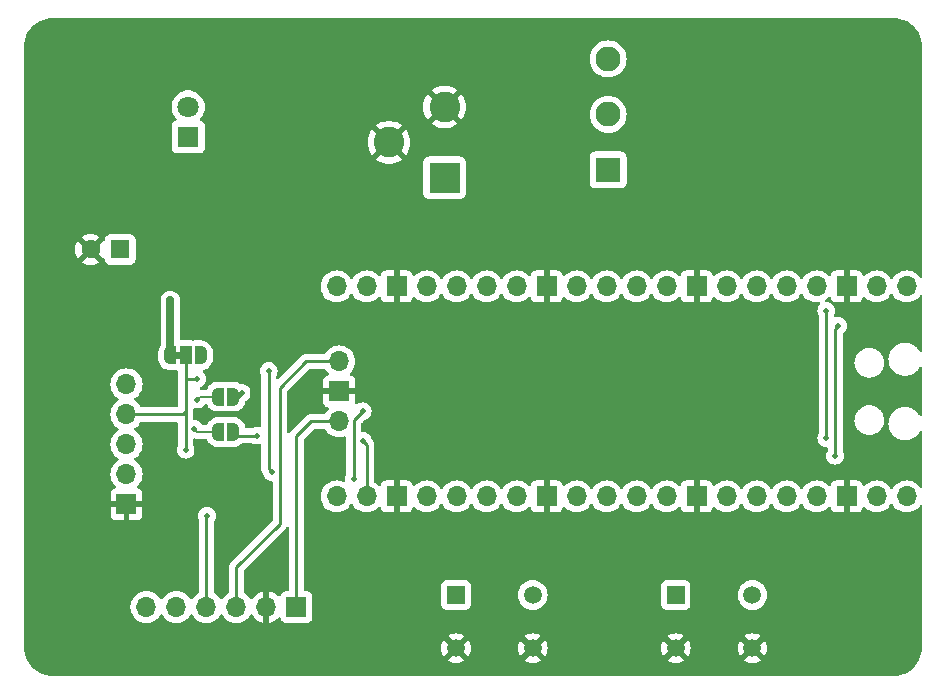
<source format=gbr>
%TF.GenerationSoftware,KiCad,Pcbnew,7.0.2-0*%
%TF.CreationDate,2023-12-18T16:01:05-05:00*%
%TF.ProjectId,AirCar-Proto,41697243-6172-42d5-9072-6f746f2e6b69,rev?*%
%TF.SameCoordinates,Original*%
%TF.FileFunction,Copper,L2,Bot*%
%TF.FilePolarity,Positive*%
%FSLAX46Y46*%
G04 Gerber Fmt 4.6, Leading zero omitted, Abs format (unit mm)*
G04 Created by KiCad (PCBNEW 7.0.2-0) date 2023-12-18 16:01:05*
%MOMM*%
%LPD*%
G01*
G04 APERTURE LIST*
G04 Aperture macros list*
%AMFreePoly0*
4,1,19,0.500000,-0.750000,0.000000,-0.750000,0.000000,-0.744911,-0.071157,-0.744911,-0.207708,-0.704816,-0.327430,-0.627875,-0.420627,-0.520320,-0.479746,-0.390866,-0.500000,-0.250000,-0.500000,0.250000,-0.479746,0.390866,-0.420627,0.520320,-0.327430,0.627875,-0.207708,0.704816,-0.071157,0.744911,0.000000,0.744911,0.000000,0.750000,0.500000,0.750000,0.500000,-0.750000,0.500000,-0.750000,
$1*%
%AMFreePoly1*
4,1,19,0.000000,0.744911,0.071157,0.744911,0.207708,0.704816,0.327430,0.627875,0.420627,0.520320,0.479746,0.390866,0.500000,0.250000,0.500000,-0.250000,0.479746,-0.390866,0.420627,-0.520320,0.327430,-0.627875,0.207708,-0.704816,0.071157,-0.744911,0.000000,-0.744911,0.000000,-0.750000,-0.500000,-0.750000,-0.500000,0.750000,0.000000,0.750000,0.000000,0.744911,0.000000,0.744911,
$1*%
%AMFreePoly2*
4,1,19,0.550000,-0.750000,0.000000,-0.750000,0.000000,-0.744911,-0.071157,-0.744911,-0.207708,-0.704816,-0.327430,-0.627875,-0.420627,-0.520320,-0.479746,-0.390866,-0.500000,-0.250000,-0.500000,0.250000,-0.479746,0.390866,-0.420627,0.520320,-0.327430,0.627875,-0.207708,0.704816,-0.071157,0.744911,0.000000,0.744911,0.000000,0.750000,0.550000,0.750000,0.550000,-0.750000,0.550000,-0.750000,
$1*%
%AMFreePoly3*
4,1,19,0.000000,0.744911,0.071157,0.744911,0.207708,0.704816,0.327430,0.627875,0.420627,0.520320,0.479746,0.390866,0.500000,0.250000,0.500000,-0.250000,0.479746,-0.390866,0.420627,-0.520320,0.327430,-0.627875,0.207708,-0.704816,0.071157,-0.744911,0.000000,-0.744911,0.000000,-0.750000,-0.550000,-0.750000,-0.550000,0.750000,0.000000,0.750000,0.000000,0.744911,0.000000,0.744911,
$1*%
G04 Aperture macros list end*
%TA.AperFunction,ComponentPad*%
%ADD10R,1.700000X1.700000*%
%TD*%
%TA.AperFunction,ComponentPad*%
%ADD11O,1.700000X1.700000*%
%TD*%
%TA.AperFunction,ComponentPad*%
%ADD12R,1.600000X1.600000*%
%TD*%
%TA.AperFunction,ComponentPad*%
%ADD13C,1.600000*%
%TD*%
%TA.AperFunction,ComponentPad*%
%ADD14R,1.800000X1.800000*%
%TD*%
%TA.AperFunction,ComponentPad*%
%ADD15C,1.800000*%
%TD*%
%TA.AperFunction,ComponentPad*%
%ADD16R,1.498600X1.498600*%
%TD*%
%TA.AperFunction,ComponentPad*%
%ADD17C,1.498600*%
%TD*%
%TA.AperFunction,ComponentPad*%
%ADD18R,2.108200X2.108200*%
%TD*%
%TA.AperFunction,ComponentPad*%
%ADD19C,2.108200*%
%TD*%
%TA.AperFunction,ComponentPad*%
%ADD20R,2.600000X2.600000*%
%TD*%
%TA.AperFunction,ComponentPad*%
%ADD21C,2.600000*%
%TD*%
%TA.AperFunction,SMDPad,CuDef*%
%ADD22FreePoly0,0.000000*%
%TD*%
%TA.AperFunction,SMDPad,CuDef*%
%ADD23FreePoly1,0.000000*%
%TD*%
%TA.AperFunction,SMDPad,CuDef*%
%ADD24FreePoly2,0.000000*%
%TD*%
%TA.AperFunction,SMDPad,CuDef*%
%ADD25R,1.000000X1.500000*%
%TD*%
%TA.AperFunction,SMDPad,CuDef*%
%ADD26FreePoly3,0.000000*%
%TD*%
%TA.AperFunction,ViaPad*%
%ADD27C,0.500000*%
%TD*%
%TA.AperFunction,Conductor*%
%ADD28C,0.254000*%
%TD*%
%TA.AperFunction,Conductor*%
%ADD29C,0.127000*%
%TD*%
%TA.AperFunction,Conductor*%
%ADD30C,0.508000*%
%TD*%
%TA.AperFunction,Conductor*%
%ADD31C,0.635000*%
%TD*%
G04 APERTURE END LIST*
%TA.AperFunction,EtchedComponent*%
%TO.C,JP1*%
G36*
X104980000Y-82460000D02*
G01*
X104480000Y-82460000D01*
X104480000Y-81860000D01*
X104980000Y-81860000D01*
X104980000Y-82460000D01*
G37*
%TD.AperFunction*%
%TD*%
D10*
%TO.P,J1,1,Pin_1*%
%TO.N,GND*%
X100380000Y-94780000D03*
D11*
%TO.P,J1,2,Pin_2*%
%TO.N,unconnected-(J1-Pin_2-Pad2)*%
X100380000Y-92240000D03*
%TO.P,J1,3,Pin_3*%
%TO.N,/Lead*%
X100380000Y-89700000D03*
%TO.P,J1,4,Pin_4*%
%TO.N,/Venc*%
X100380000Y-87160000D03*
%TO.P,J1,5,Pin_5*%
%TO.N,/Lag*%
X100380000Y-84620000D03*
%TD*%
%TO.P,U1,1,GPIO0*%
%TO.N,/PicoTx*%
X166430000Y-76330000D03*
%TO.P,U1,2,GPIO1*%
%TO.N,/PicoRx*%
X163890000Y-76330000D03*
D10*
%TO.P,U1,3,GND*%
%TO.N,GND*%
X161350000Y-76330000D03*
D11*
%TO.P,U1,4,GPIO2*%
%TO.N,unconnected-(U1-GPIO2-Pad4)*%
X158810000Y-76330000D03*
%TO.P,U1,5,GPIO3*%
%TO.N,unconnected-(U1-GPIO3-Pad5)*%
X156270000Y-76330000D03*
%TO.P,U1,6,GPIO4*%
%TO.N,unconnected-(U1-GPIO4-Pad6)*%
X153730000Y-76330000D03*
%TO.P,U1,7,GPIO5*%
%TO.N,unconnected-(U1-GPIO5-Pad7)*%
X151190000Y-76330000D03*
D10*
%TO.P,U1,8,GND*%
%TO.N,GND*%
X148650000Y-76330000D03*
D11*
%TO.P,U1,9,GPIO6*%
%TO.N,unconnected-(U1-GPIO6-Pad9)*%
X146110000Y-76330000D03*
%TO.P,U1,10,GPIO7*%
%TO.N,unconnected-(U1-GPIO7-Pad10)*%
X143570000Y-76330000D03*
%TO.P,U1,11,GPIO8*%
%TO.N,unconnected-(U1-GPIO8-Pad11)*%
X141030000Y-76330000D03*
%TO.P,U1,12,GPIO9*%
%TO.N,unconnected-(U1-GPIO9-Pad12)*%
X138490000Y-76330000D03*
D10*
%TO.P,U1,13,GND*%
%TO.N,GND*%
X135950000Y-76330000D03*
D11*
%TO.P,U1,14,GPIO10*%
%TO.N,unconnected-(U1-GPIO10-Pad14)*%
X133410000Y-76330000D03*
%TO.P,U1,15,GPIO11*%
%TO.N,unconnected-(U1-GPIO11-Pad15)*%
X130870000Y-76330000D03*
%TO.P,U1,16,GPIO12*%
%TO.N,unconnected-(U1-GPIO12-Pad16)*%
X128330000Y-76330000D03*
%TO.P,U1,17,GPIO13*%
%TO.N,unconnected-(U1-GPIO13-Pad17)*%
X125790000Y-76330000D03*
D10*
%TO.P,U1,18,GND*%
%TO.N,GND*%
X123250000Y-76330000D03*
D11*
%TO.P,U1,19,GPIO14*%
%TO.N,unconnected-(U1-GPIO14-Pad19)*%
X120710000Y-76330000D03*
%TO.P,U1,20,GPIO15*%
%TO.N,unconnected-(U1-GPIO15-Pad20)*%
X118170000Y-76330000D03*
%TO.P,U1,21,GPIO16*%
%TO.N,/Lag_3P3*%
X118170000Y-94110000D03*
%TO.P,U1,22,GPIO17*%
%TO.N,/Lead_3P3*%
X120710000Y-94110000D03*
D10*
%TO.P,U1,23,GND*%
%TO.N,GND*%
X123250000Y-94110000D03*
D11*
%TO.P,U1,24,GPIO18*%
%TO.N,unconnected-(U1-GPIO18-Pad24)*%
X125790000Y-94110000D03*
%TO.P,U1,25,GPIO19*%
%TO.N,unconnected-(U1-GPIO19-Pad25)*%
X128330000Y-94110000D03*
%TO.P,U1,26,GPIO20*%
%TO.N,Net-(U1-GPIO20)*%
X130870000Y-94110000D03*
%TO.P,U1,27,GPIO21*%
%TO.N,unconnected-(U1-GPIO21-Pad27)*%
X133410000Y-94110000D03*
D10*
%TO.P,U1,28,GND*%
%TO.N,GND*%
X135950000Y-94110000D03*
D11*
%TO.P,U1,29,GPIO22*%
%TO.N,unconnected-(U1-GPIO22-Pad29)*%
X138490000Y-94110000D03*
%TO.P,U1,30,RUN*%
%TO.N,Net-(U1-RUN)*%
X141030000Y-94110000D03*
%TO.P,U1,31,GPIO26_ADC0*%
%TO.N,unconnected-(U1-GPIO26_ADC0-Pad31)*%
X143570000Y-94110000D03*
%TO.P,U1,32,GPIO27_ADC1*%
%TO.N,unconnected-(U1-GPIO27_ADC1-Pad32)*%
X146110000Y-94110000D03*
D10*
%TO.P,U1,33,AGND*%
%TO.N,GND*%
X148650000Y-94110000D03*
D11*
%TO.P,U1,34,GPIO28_ADC2*%
%TO.N,unconnected-(U1-GPIO28_ADC2-Pad34)*%
X151190000Y-94110000D03*
%TO.P,U1,35,ADC_VREF*%
%TO.N,unconnected-(U1-ADC_VREF-Pad35)*%
X153730000Y-94110000D03*
%TO.P,U1,36,3V3*%
%TO.N,/V3P3*%
X156270000Y-94110000D03*
%TO.P,U1,37,3V3_EN*%
%TO.N,unconnected-(U1-3V3_EN-Pad37)*%
X158810000Y-94110000D03*
D10*
%TO.P,U1,38,GND*%
%TO.N,GND*%
X161350000Y-94110000D03*
D11*
%TO.P,U1,39,VSYS*%
%TO.N,/VSYS*%
X163890000Y-94110000D03*
%TO.P,U1,40,VBUS*%
%TO.N,unconnected-(U1-VBUS-Pad40)*%
X166430000Y-94110000D03*
%TO.P,U1,41,SWCLK*%
%TO.N,Net-(J3-Pin_3)*%
X118400000Y-82680000D03*
D10*
%TO.P,U1,42,GND*%
%TO.N,GND*%
X118400000Y-85220000D03*
D11*
%TO.P,U1,43,SWDIO*%
%TO.N,Net-(J3-Pin_1)*%
X118400000Y-87760000D03*
%TD*%
D12*
%TO.P,C1,1*%
%TO.N,/V5p0*%
X99845000Y-73195000D03*
D13*
%TO.P,C1,2*%
%TO.N,GND*%
X97345000Y-73195000D03*
%TD*%
D14*
%TO.P,D2,1,K*%
%TO.N,Net-(D2-K)*%
X105600000Y-63675000D03*
D15*
%TO.P,D2,2,A*%
%TO.N,/V5p0*%
X105600000Y-61135000D03*
%TD*%
D10*
%TO.P,J3,1,Pin_1*%
%TO.N,Net-(J3-Pin_1)*%
X114770000Y-103460000D03*
D11*
%TO.P,J3,2,Pin_2*%
%TO.N,GND*%
X112230000Y-103460000D03*
%TO.P,J3,3,Pin_3*%
%TO.N,Net-(J3-Pin_3)*%
X109690000Y-103460000D03*
%TO.P,J3,4,Pin_4*%
%TO.N,/PicoTx*%
X107150000Y-103460000D03*
%TO.P,J3,5,Pin_5*%
%TO.N,unconnected-(J3-Pin_5-Pad5)*%
X104610000Y-103460000D03*
%TO.P,J3,6,Pin_6*%
%TO.N,/PicoRx*%
X102070000Y-103460000D03*
%TD*%
D16*
%TO.P,Reset1,1,1*%
%TO.N,Net-(U1-RUN)*%
X146880000Y-102460000D03*
D17*
%TO.P,Reset1,2,2*%
X153380002Y-102460000D03*
%TO.P,Reset1,3,3*%
%TO.N,GND*%
X146880000Y-106960001D03*
%TO.P,Reset1,4,4*%
X153380002Y-106960001D03*
%TD*%
D18*
%TO.P,SW2,1,A*%
%TO.N,/V9P0_SW*%
X141160000Y-66464000D03*
D19*
%TO.P,SW2,2,B*%
%TO.N,/V9P0*%
X141160000Y-61765000D03*
%TO.P,SW2,3,C*%
%TO.N,unconnected-(SW2-C-Pad3)*%
X141160000Y-57066000D03*
%TD*%
D16*
%TO.P,USER1,1,1*%
%TO.N,Net-(U1-GPIO20)*%
X128280001Y-102460000D03*
D17*
%TO.P,USER1,2,2*%
X134780003Y-102460000D03*
%TO.P,USER1,3,3*%
%TO.N,GND*%
X128280001Y-106960001D03*
%TO.P,USER1,4,4*%
X134780003Y-106960001D03*
%TD*%
D20*
%TO.P,J4,1*%
%TO.N,/V9P0*%
X127305000Y-67130000D03*
D21*
%TO.P,J4,2*%
%TO.N,GND*%
X127305000Y-61130000D03*
%TO.P,J4,3*%
X122605000Y-64130000D03*
%TD*%
D22*
%TO.P,JP2,1,A*%
%TO.N,/Lag*%
X108130000Y-85660000D03*
D23*
%TO.P,JP2,2,B*%
%TO.N,/Lag_3P3*%
X109430000Y-85660000D03*
%TD*%
D24*
%TO.P,JP1,1,A*%
%TO.N,/V5p0*%
X104080000Y-82160000D03*
D25*
%TO.P,JP1,2,C*%
%TO.N,/Venc*%
X105380000Y-82160000D03*
D26*
%TO.P,JP1,3,B*%
%TO.N,/V3P3*%
X106680000Y-82160000D03*
%TD*%
D22*
%TO.P,JP3,1,A*%
%TO.N,/Lead*%
X108130000Y-88660000D03*
D23*
%TO.P,JP3,2,B*%
%TO.N,/Lead_3P3*%
X109430000Y-88660000D03*
%TD*%
D27*
%TO.N,/PicoTx*%
X160630000Y-79660000D03*
X107200000Y-95760000D03*
X160380000Y-90660000D03*
%TO.N,/PicoRx*%
X159630000Y-89170000D03*
X159630000Y-78410000D03*
%TO.N,/Lag*%
X106380000Y-85910000D03*
%TO.N,/Lead*%
X106130000Y-88410000D03*
%TO.N,GND*%
X104630000Y-92410000D03*
X115380000Y-62160000D03*
X107880000Y-90346500D03*
X108130000Y-67910000D03*
X115380000Y-60910000D03*
%TO.N,/V5p0*%
X104080000Y-77520000D03*
X104080000Y-78650000D03*
%TO.N,/Venc*%
X105379998Y-90160000D03*
X106380000Y-84160000D03*
%TO.N,/V3P3*%
X112420000Y-83510000D03*
X106710000Y-82140000D03*
X112700000Y-92060000D03*
%TO.N,/Lag_3P3*%
X119630000Y-92660000D03*
X120380000Y-86910000D03*
X110120000Y-85360000D03*
%TO.N,/Lead_3P3*%
X111410000Y-88960000D03*
X120380000Y-89410000D03*
%TD*%
D28*
%TO.N,/PicoTx*%
X160380000Y-90660000D02*
X160380000Y-79910000D01*
X107150000Y-95810000D02*
X107200000Y-95760000D01*
X107150000Y-103460000D02*
X107150000Y-95810000D01*
X160380000Y-79910000D02*
X160630000Y-79660000D01*
%TO.N,/PicoRx*%
X159630000Y-78410000D02*
X159630000Y-89170000D01*
D29*
%TO.N,/Lag*%
X108130000Y-85660000D02*
X106630000Y-85660000D01*
X106630000Y-85660000D02*
X106380000Y-85910000D01*
%TO.N,/Lead*%
X106380000Y-88660000D02*
X106130000Y-88410000D01*
X108130000Y-88660000D02*
X106380000Y-88660000D01*
D30*
%TO.N,GND*%
X115490000Y-85220000D02*
X115480000Y-85230000D01*
X112230000Y-103460000D02*
X112230000Y-101310000D01*
X120550000Y-85220000D02*
X120560000Y-85230000D01*
X112230000Y-101310000D02*
X112240000Y-101300000D01*
X118400000Y-85220000D02*
X120550000Y-85220000D01*
X118400000Y-85220000D02*
X115490000Y-85220000D01*
X112230000Y-106130000D02*
X112240000Y-106140000D01*
X112230000Y-103460000D02*
X112230000Y-106130000D01*
D28*
%TO.N,Net-(J3-Pin_3)*%
X109690000Y-100100000D02*
X109690000Y-103460000D01*
X115610000Y-82680000D02*
X113380000Y-84910000D01*
X113380000Y-96410000D02*
X109690000Y-100100000D01*
X118400000Y-82680000D02*
X115610000Y-82680000D01*
X113380000Y-84910000D02*
X113380000Y-96410000D01*
%TO.N,Net-(J3-Pin_1)*%
X114770000Y-89020000D02*
X114770000Y-103460000D01*
X116030000Y-87760000D02*
X114770000Y-89020000D01*
X118400000Y-87760000D02*
X116030000Y-87760000D01*
D31*
%TO.N,/V5p0*%
X104080000Y-82160000D02*
X104080000Y-77520000D01*
D28*
%TO.N,/Venc*%
X105130000Y-87160000D02*
X100380000Y-87160000D01*
X105380000Y-82160000D02*
X105380000Y-84160000D01*
X105380000Y-90159998D02*
X105379998Y-90160000D01*
X106380000Y-84160000D02*
X105380000Y-84160000D01*
X105130000Y-87160000D02*
X105380000Y-86910000D01*
X105380000Y-86910000D02*
X105380000Y-90159998D01*
X105380000Y-84160000D02*
X105380000Y-86910000D01*
%TO.N,/V3P3*%
X112420000Y-91780000D02*
X112700000Y-92060000D01*
X112420000Y-83510000D02*
X112420000Y-91780000D01*
%TO.N,/Lag_3P3*%
X109430000Y-85660000D02*
X109820000Y-85660000D01*
X109820000Y-85660000D02*
X110120000Y-85360000D01*
X119630000Y-87660000D02*
X119630000Y-92660000D01*
X120380000Y-86910000D02*
X119630000Y-87660000D01*
%TO.N,/Lead_3P3*%
X109730000Y-88960000D02*
X111410000Y-88960000D01*
X120710000Y-89740000D02*
X120380000Y-89410000D01*
X120710000Y-94110000D02*
X120710000Y-89740000D01*
X109430000Y-88660000D02*
X109730000Y-88960000D01*
%TD*%
%TA.AperFunction,Conductor*%
%TO.N,GND*%
G36*
X165293736Y-53585726D02*
G01*
X165579577Y-53603016D01*
X165594441Y-53604821D01*
X165872421Y-53655763D01*
X165886943Y-53659342D01*
X166156784Y-53743427D01*
X166170754Y-53748725D01*
X166428476Y-53864718D01*
X166441718Y-53871668D01*
X166683584Y-54017879D01*
X166695894Y-54026377D01*
X166785655Y-54096700D01*
X166918364Y-54200671D01*
X166929572Y-54210601D01*
X167129398Y-54410427D01*
X167139328Y-54421635D01*
X167313618Y-54644099D01*
X167322124Y-54656422D01*
X167468327Y-54898273D01*
X167475285Y-54911531D01*
X167591270Y-55169237D01*
X167596575Y-55183225D01*
X167640691Y-55324796D01*
X167680653Y-55453040D01*
X167684236Y-55467578D01*
X167735178Y-55745558D01*
X167736983Y-55760423D01*
X167754273Y-56046262D01*
X167754499Y-56053749D01*
X167754499Y-75473779D01*
X167734814Y-75540818D01*
X167682010Y-75586573D01*
X167612852Y-75596517D01*
X167549296Y-75567492D01*
X167528927Y-75544905D01*
X167468495Y-75458599D01*
X167301401Y-75291505D01*
X167107830Y-75155965D01*
X166893663Y-75056097D01*
X166821074Y-75036647D01*
X166665407Y-74994936D01*
X166429999Y-74974340D01*
X166194592Y-74994936D01*
X165966336Y-75056097D01*
X165752170Y-75155965D01*
X165558598Y-75291505D01*
X165391505Y-75458598D01*
X165261575Y-75644159D01*
X165206998Y-75687784D01*
X165137500Y-75694978D01*
X165075145Y-75663455D01*
X165058425Y-75644159D01*
X164928494Y-75458598D01*
X164761404Y-75291508D01*
X164761404Y-75291507D01*
X164761401Y-75291505D01*
X164567830Y-75155965D01*
X164353663Y-75056097D01*
X164281074Y-75036647D01*
X164125407Y-74994936D01*
X163890000Y-74974340D01*
X163654592Y-74994936D01*
X163426336Y-75056097D01*
X163212170Y-75155965D01*
X163018601Y-75291503D01*
X162896285Y-75413819D01*
X162834962Y-75447303D01*
X162765270Y-75442319D01*
X162709337Y-75400447D01*
X162692422Y-75369471D01*
X162643352Y-75237911D01*
X162557188Y-75122811D01*
X162442089Y-75036647D01*
X162307371Y-74986400D01*
X162251132Y-74980354D01*
X162244518Y-74980000D01*
X161600000Y-74980000D01*
X161600000Y-75883505D01*
X161495161Y-75835627D01*
X161386473Y-75820000D01*
X161313527Y-75820000D01*
X161204839Y-75835627D01*
X161100000Y-75883505D01*
X161100000Y-74980000D01*
X160455482Y-74980000D01*
X160448867Y-74980354D01*
X160392628Y-74986400D01*
X160257910Y-75036647D01*
X160142811Y-75122811D01*
X160056646Y-75237913D01*
X160007576Y-75369472D01*
X159965705Y-75425405D01*
X159900240Y-75449821D01*
X159831967Y-75434969D01*
X159803714Y-75413818D01*
X159681404Y-75291508D01*
X159681404Y-75291507D01*
X159681401Y-75291505D01*
X159487830Y-75155965D01*
X159273663Y-75056097D01*
X159201074Y-75036647D01*
X159045407Y-74994936D01*
X158809999Y-74974340D01*
X158574592Y-74994936D01*
X158346336Y-75056097D01*
X158132170Y-75155965D01*
X157938598Y-75291505D01*
X157771505Y-75458598D01*
X157641575Y-75644159D01*
X157586998Y-75687784D01*
X157517500Y-75694978D01*
X157455145Y-75663455D01*
X157438425Y-75644159D01*
X157308494Y-75458598D01*
X157141404Y-75291508D01*
X157141404Y-75291507D01*
X157141401Y-75291505D01*
X156947830Y-75155965D01*
X156733663Y-75056097D01*
X156661074Y-75036647D01*
X156505407Y-74994936D01*
X156270000Y-74974340D01*
X156034592Y-74994936D01*
X155806336Y-75056097D01*
X155592170Y-75155965D01*
X155398598Y-75291505D01*
X155231505Y-75458598D01*
X155101575Y-75644159D01*
X155046998Y-75687784D01*
X154977500Y-75694978D01*
X154915145Y-75663455D01*
X154898425Y-75644159D01*
X154768494Y-75458598D01*
X154601404Y-75291508D01*
X154601403Y-75291507D01*
X154601401Y-75291505D01*
X154407830Y-75155965D01*
X154193663Y-75056097D01*
X154121074Y-75036647D01*
X153965407Y-74994936D01*
X153730000Y-74974340D01*
X153494592Y-74994936D01*
X153266336Y-75056097D01*
X153052170Y-75155965D01*
X152858598Y-75291505D01*
X152691505Y-75458598D01*
X152561575Y-75644159D01*
X152506998Y-75687784D01*
X152437500Y-75694978D01*
X152375145Y-75663455D01*
X152358425Y-75644159D01*
X152228494Y-75458598D01*
X152061404Y-75291508D01*
X152061404Y-75291507D01*
X152061401Y-75291505D01*
X151867830Y-75155965D01*
X151653663Y-75056097D01*
X151581074Y-75036647D01*
X151425407Y-74994936D01*
X151190000Y-74974340D01*
X150954592Y-74994936D01*
X150726336Y-75056097D01*
X150512170Y-75155965D01*
X150318601Y-75291503D01*
X150196285Y-75413819D01*
X150134962Y-75447303D01*
X150065270Y-75442319D01*
X150009337Y-75400447D01*
X149992422Y-75369471D01*
X149943352Y-75237911D01*
X149857188Y-75122811D01*
X149742089Y-75036647D01*
X149607371Y-74986400D01*
X149551132Y-74980354D01*
X149544518Y-74980000D01*
X148900000Y-74980000D01*
X148900000Y-75883505D01*
X148795161Y-75835627D01*
X148686473Y-75820000D01*
X148613527Y-75820000D01*
X148504839Y-75835627D01*
X148400000Y-75883505D01*
X148400000Y-74980000D01*
X147755482Y-74980000D01*
X147748867Y-74980354D01*
X147692628Y-74986400D01*
X147557910Y-75036647D01*
X147442811Y-75122811D01*
X147356646Y-75237913D01*
X147307576Y-75369472D01*
X147265705Y-75425405D01*
X147200240Y-75449821D01*
X147131967Y-75434969D01*
X147103714Y-75413818D01*
X146981404Y-75291508D01*
X146981403Y-75291507D01*
X146981401Y-75291505D01*
X146787830Y-75155965D01*
X146573663Y-75056097D01*
X146501074Y-75036647D01*
X146345407Y-74994936D01*
X146109999Y-74974340D01*
X145874592Y-74994936D01*
X145646336Y-75056097D01*
X145432170Y-75155965D01*
X145238598Y-75291505D01*
X145071505Y-75458598D01*
X144941575Y-75644159D01*
X144886998Y-75687784D01*
X144817500Y-75694978D01*
X144755145Y-75663455D01*
X144738425Y-75644159D01*
X144608494Y-75458598D01*
X144441404Y-75291508D01*
X144441404Y-75291507D01*
X144441401Y-75291505D01*
X144247830Y-75155965D01*
X144033663Y-75056097D01*
X143961074Y-75036647D01*
X143805407Y-74994936D01*
X143570000Y-74974340D01*
X143334592Y-74994936D01*
X143106336Y-75056097D01*
X142892170Y-75155965D01*
X142698598Y-75291505D01*
X142531505Y-75458598D01*
X142401575Y-75644159D01*
X142346998Y-75687784D01*
X142277500Y-75694978D01*
X142215145Y-75663455D01*
X142198425Y-75644159D01*
X142068494Y-75458598D01*
X141901404Y-75291508D01*
X141901403Y-75291507D01*
X141901401Y-75291505D01*
X141707830Y-75155965D01*
X141493663Y-75056097D01*
X141421074Y-75036647D01*
X141265407Y-74994936D01*
X141030000Y-74974340D01*
X140794592Y-74994936D01*
X140566336Y-75056097D01*
X140352170Y-75155965D01*
X140158598Y-75291505D01*
X139991505Y-75458598D01*
X139861575Y-75644159D01*
X139806998Y-75687784D01*
X139737500Y-75694978D01*
X139675145Y-75663455D01*
X139658425Y-75644159D01*
X139528494Y-75458598D01*
X139361404Y-75291508D01*
X139361404Y-75291507D01*
X139361401Y-75291505D01*
X139167830Y-75155965D01*
X138953663Y-75056097D01*
X138881074Y-75036647D01*
X138725407Y-74994936D01*
X138490000Y-74974340D01*
X138254592Y-74994936D01*
X138026336Y-75056097D01*
X137812170Y-75155965D01*
X137618601Y-75291503D01*
X137496285Y-75413819D01*
X137434962Y-75447303D01*
X137365270Y-75442319D01*
X137309337Y-75400447D01*
X137292422Y-75369471D01*
X137243352Y-75237911D01*
X137157188Y-75122811D01*
X137042089Y-75036647D01*
X136907371Y-74986400D01*
X136851132Y-74980354D01*
X136844518Y-74980000D01*
X136200000Y-74980000D01*
X136200000Y-75883505D01*
X136095161Y-75835627D01*
X135986473Y-75820000D01*
X135913527Y-75820000D01*
X135804839Y-75835627D01*
X135700000Y-75883505D01*
X135700000Y-74980000D01*
X135055482Y-74980000D01*
X135048867Y-74980354D01*
X134992628Y-74986400D01*
X134857910Y-75036647D01*
X134742811Y-75122811D01*
X134656646Y-75237913D01*
X134607576Y-75369472D01*
X134565705Y-75425405D01*
X134500240Y-75449821D01*
X134431967Y-75434969D01*
X134403714Y-75413818D01*
X134281404Y-75291508D01*
X134281404Y-75291507D01*
X134281401Y-75291505D01*
X134087830Y-75155965D01*
X133873663Y-75056097D01*
X133801074Y-75036647D01*
X133645407Y-74994936D01*
X133409999Y-74974340D01*
X133174592Y-74994936D01*
X132946336Y-75056097D01*
X132732170Y-75155965D01*
X132538598Y-75291505D01*
X132371505Y-75458598D01*
X132241575Y-75644159D01*
X132186998Y-75687784D01*
X132117500Y-75694978D01*
X132055145Y-75663455D01*
X132038425Y-75644159D01*
X131908494Y-75458598D01*
X131741404Y-75291508D01*
X131741404Y-75291507D01*
X131741401Y-75291505D01*
X131547830Y-75155965D01*
X131333663Y-75056097D01*
X131261074Y-75036647D01*
X131105407Y-74994936D01*
X130869999Y-74974340D01*
X130634592Y-74994936D01*
X130406336Y-75056097D01*
X130192170Y-75155965D01*
X129998598Y-75291505D01*
X129831508Y-75458595D01*
X129701574Y-75644160D01*
X129646997Y-75687785D01*
X129577498Y-75694977D01*
X129515144Y-75663455D01*
X129498429Y-75644164D01*
X129368495Y-75458599D01*
X129201401Y-75291505D01*
X129007830Y-75155965D01*
X128793663Y-75056097D01*
X128721074Y-75036647D01*
X128565407Y-74994936D01*
X128330000Y-74974340D01*
X128094592Y-74994936D01*
X127866336Y-75056097D01*
X127652170Y-75155965D01*
X127458598Y-75291505D01*
X127291505Y-75458598D01*
X127161575Y-75644159D01*
X127106998Y-75687784D01*
X127037500Y-75694978D01*
X126975145Y-75663455D01*
X126958425Y-75644159D01*
X126828494Y-75458598D01*
X126661404Y-75291508D01*
X126661404Y-75291507D01*
X126661401Y-75291505D01*
X126467830Y-75155965D01*
X126253663Y-75056097D01*
X126181074Y-75036647D01*
X126025407Y-74994936D01*
X125790000Y-74974340D01*
X125554592Y-74994936D01*
X125326336Y-75056097D01*
X125112170Y-75155965D01*
X124918601Y-75291503D01*
X124796285Y-75413819D01*
X124734962Y-75447303D01*
X124665270Y-75442319D01*
X124609337Y-75400447D01*
X124592422Y-75369471D01*
X124543352Y-75237911D01*
X124457188Y-75122811D01*
X124342089Y-75036647D01*
X124207371Y-74986400D01*
X124151132Y-74980354D01*
X124144518Y-74980000D01*
X123500000Y-74980000D01*
X123500000Y-75883505D01*
X123395161Y-75835627D01*
X123286473Y-75820000D01*
X123213527Y-75820000D01*
X123104839Y-75835627D01*
X123000000Y-75883505D01*
X123000000Y-74980000D01*
X122355482Y-74980000D01*
X122348867Y-74980354D01*
X122292628Y-74986400D01*
X122157910Y-75036647D01*
X122042811Y-75122811D01*
X121956646Y-75237913D01*
X121907576Y-75369472D01*
X121865705Y-75425405D01*
X121800240Y-75449821D01*
X121731967Y-75434969D01*
X121703714Y-75413818D01*
X121581404Y-75291508D01*
X121581403Y-75291508D01*
X121581401Y-75291505D01*
X121387830Y-75155965D01*
X121173663Y-75056097D01*
X121101074Y-75036647D01*
X120945407Y-74994936D01*
X120710000Y-74974340D01*
X120474592Y-74994936D01*
X120246336Y-75056097D01*
X120032170Y-75155965D01*
X119838598Y-75291505D01*
X119671505Y-75458598D01*
X119541575Y-75644159D01*
X119486998Y-75687784D01*
X119417500Y-75694978D01*
X119355145Y-75663455D01*
X119338425Y-75644159D01*
X119208494Y-75458598D01*
X119041404Y-75291508D01*
X119041401Y-75291505D01*
X118847830Y-75155965D01*
X118633663Y-75056097D01*
X118561074Y-75036647D01*
X118405407Y-74994936D01*
X118170000Y-74974340D01*
X117934592Y-74994936D01*
X117706336Y-75056097D01*
X117492170Y-75155965D01*
X117298598Y-75291505D01*
X117131505Y-75458598D01*
X116995965Y-75652170D01*
X116896097Y-75866336D01*
X116834936Y-76094592D01*
X116814340Y-76329999D01*
X116834936Y-76565407D01*
X116879709Y-76732502D01*
X116896097Y-76793663D01*
X116995965Y-77007830D01*
X117131505Y-77201401D01*
X117298599Y-77368495D01*
X117492170Y-77504035D01*
X117706337Y-77603903D01*
X117934592Y-77665063D01*
X118170000Y-77685659D01*
X118405408Y-77665063D01*
X118633663Y-77603903D01*
X118847830Y-77504035D01*
X119041401Y-77368495D01*
X119208495Y-77201401D01*
X119338426Y-77015839D01*
X119393002Y-76972216D01*
X119462500Y-76965022D01*
X119524855Y-76996545D01*
X119541571Y-77015837D01*
X119671505Y-77201401D01*
X119838599Y-77368495D01*
X120032170Y-77504035D01*
X120246337Y-77603903D01*
X120474591Y-77665063D01*
X120474592Y-77665063D01*
X120709999Y-77685659D01*
X120709999Y-77685658D01*
X120710000Y-77685659D01*
X120945408Y-77665063D01*
X121173663Y-77603903D01*
X121387830Y-77504035D01*
X121581401Y-77368495D01*
X121703717Y-77246178D01*
X121765036Y-77212696D01*
X121834728Y-77217680D01*
X121890662Y-77259551D01*
X121907577Y-77290528D01*
X121956647Y-77422088D01*
X122042811Y-77537188D01*
X122157910Y-77623352D01*
X122292628Y-77673599D01*
X122348867Y-77679645D01*
X122355482Y-77680000D01*
X123000000Y-77680000D01*
X123000000Y-76776494D01*
X123104839Y-76824373D01*
X123213527Y-76840000D01*
X123286473Y-76840000D01*
X123395161Y-76824373D01*
X123500000Y-76776494D01*
X123500000Y-77680000D01*
X124144518Y-77680000D01*
X124151132Y-77679645D01*
X124207371Y-77673599D01*
X124342089Y-77623352D01*
X124457188Y-77537188D01*
X124543352Y-77422089D01*
X124592422Y-77290528D01*
X124634294Y-77234595D01*
X124699758Y-77210178D01*
X124768031Y-77225030D01*
X124796285Y-77246181D01*
X124918599Y-77368495D01*
X125112170Y-77504035D01*
X125326337Y-77603903D01*
X125554592Y-77665063D01*
X125790000Y-77685659D01*
X126025408Y-77665063D01*
X126253663Y-77603903D01*
X126467830Y-77504035D01*
X126661401Y-77368495D01*
X126828495Y-77201401D01*
X126958427Y-77015838D01*
X127013001Y-76972216D01*
X127082499Y-76965022D01*
X127144854Y-76996545D01*
X127161572Y-77015838D01*
X127291505Y-77201401D01*
X127458599Y-77368495D01*
X127652170Y-77504035D01*
X127866337Y-77603903D01*
X128094592Y-77665063D01*
X128330000Y-77685659D01*
X128565408Y-77665063D01*
X128793663Y-77603903D01*
X129007830Y-77504035D01*
X129201401Y-77368495D01*
X129368495Y-77201401D01*
X129498426Y-77015839D01*
X129553002Y-76972216D01*
X129622500Y-76965022D01*
X129684855Y-76996545D01*
X129701571Y-77015837D01*
X129831505Y-77201401D01*
X129998599Y-77368495D01*
X130192170Y-77504035D01*
X130406337Y-77603903D01*
X130634591Y-77665063D01*
X130634592Y-77665063D01*
X130869999Y-77685659D01*
X130869999Y-77685658D01*
X130870000Y-77685659D01*
X131105408Y-77665063D01*
X131333663Y-77603903D01*
X131547830Y-77504035D01*
X131741401Y-77368495D01*
X131908495Y-77201401D01*
X132038427Y-77015838D01*
X132093001Y-76972216D01*
X132162499Y-76965022D01*
X132224854Y-76996545D01*
X132241572Y-77015838D01*
X132371505Y-77201401D01*
X132538599Y-77368495D01*
X132732170Y-77504035D01*
X132946337Y-77603903D01*
X133174591Y-77665063D01*
X133174592Y-77665063D01*
X133409999Y-77685659D01*
X133409999Y-77685658D01*
X133410000Y-77685659D01*
X133645408Y-77665063D01*
X133873663Y-77603903D01*
X134087830Y-77504035D01*
X134281401Y-77368495D01*
X134403717Y-77246178D01*
X134465036Y-77212696D01*
X134534728Y-77217680D01*
X134590662Y-77259551D01*
X134607577Y-77290528D01*
X134656647Y-77422088D01*
X134742811Y-77537188D01*
X134857910Y-77623352D01*
X134992628Y-77673599D01*
X135048867Y-77679645D01*
X135055482Y-77680000D01*
X135700000Y-77680000D01*
X135700000Y-76776494D01*
X135804839Y-76824373D01*
X135913527Y-76840000D01*
X135986473Y-76840000D01*
X136095161Y-76824373D01*
X136200000Y-76776494D01*
X136200000Y-77680000D01*
X136844518Y-77680000D01*
X136851132Y-77679645D01*
X136907371Y-77673599D01*
X137042089Y-77623352D01*
X137157188Y-77537188D01*
X137243352Y-77422089D01*
X137292422Y-77290528D01*
X137334294Y-77234595D01*
X137399758Y-77210178D01*
X137468031Y-77225030D01*
X137496285Y-77246181D01*
X137618599Y-77368495D01*
X137812170Y-77504035D01*
X138026337Y-77603903D01*
X138254592Y-77665063D01*
X138490000Y-77685659D01*
X138725408Y-77665063D01*
X138953663Y-77603903D01*
X139167830Y-77504035D01*
X139361401Y-77368495D01*
X139528495Y-77201401D01*
X139658426Y-77015839D01*
X139713002Y-76972216D01*
X139782500Y-76965022D01*
X139844855Y-76996545D01*
X139861571Y-77015837D01*
X139991505Y-77201401D01*
X140158599Y-77368495D01*
X140352170Y-77504035D01*
X140566337Y-77603903D01*
X140794592Y-77665063D01*
X141030000Y-77685659D01*
X141265408Y-77665063D01*
X141493663Y-77603903D01*
X141707830Y-77504035D01*
X141901401Y-77368495D01*
X142068495Y-77201401D01*
X142198426Y-77015839D01*
X142253002Y-76972217D01*
X142322501Y-76965024D01*
X142384855Y-76996546D01*
X142401571Y-77015837D01*
X142531505Y-77201401D01*
X142698599Y-77368495D01*
X142892170Y-77504035D01*
X143106337Y-77603903D01*
X143334591Y-77665063D01*
X143334592Y-77665063D01*
X143569999Y-77685659D01*
X143569999Y-77685658D01*
X143570000Y-77685659D01*
X143805408Y-77665063D01*
X144033663Y-77603903D01*
X144247830Y-77504035D01*
X144441401Y-77368495D01*
X144608495Y-77201401D01*
X144738426Y-77015839D01*
X144793002Y-76972216D01*
X144862500Y-76965022D01*
X144924855Y-76996545D01*
X144941571Y-77015837D01*
X145071505Y-77201401D01*
X145238599Y-77368495D01*
X145432170Y-77504035D01*
X145646337Y-77603903D01*
X145874592Y-77665063D01*
X146110000Y-77685659D01*
X146345408Y-77665063D01*
X146573663Y-77603903D01*
X146787830Y-77504035D01*
X146981401Y-77368495D01*
X147103717Y-77246178D01*
X147165036Y-77212696D01*
X147234728Y-77217680D01*
X147290662Y-77259551D01*
X147307577Y-77290528D01*
X147356647Y-77422088D01*
X147442811Y-77537188D01*
X147557910Y-77623352D01*
X147692628Y-77673599D01*
X147748867Y-77679645D01*
X147755482Y-77680000D01*
X148400000Y-77680000D01*
X148400000Y-76776494D01*
X148504839Y-76824373D01*
X148613527Y-76840000D01*
X148686473Y-76840000D01*
X148795161Y-76824373D01*
X148900000Y-76776494D01*
X148900000Y-77680000D01*
X149544518Y-77680000D01*
X149551132Y-77679645D01*
X149607371Y-77673599D01*
X149742089Y-77623352D01*
X149857188Y-77537188D01*
X149943352Y-77422089D01*
X149992422Y-77290528D01*
X150034294Y-77234595D01*
X150099758Y-77210178D01*
X150168031Y-77225030D01*
X150196285Y-77246181D01*
X150318599Y-77368495D01*
X150512170Y-77504035D01*
X150726337Y-77603903D01*
X150954592Y-77665063D01*
X151190000Y-77685659D01*
X151425408Y-77665063D01*
X151653663Y-77603903D01*
X151867830Y-77504035D01*
X152061401Y-77368495D01*
X152228495Y-77201401D01*
X152358427Y-77015838D01*
X152413001Y-76972216D01*
X152482499Y-76965022D01*
X152544854Y-76996545D01*
X152561572Y-77015838D01*
X152691505Y-77201401D01*
X152858599Y-77368495D01*
X153052170Y-77504035D01*
X153266337Y-77603903D01*
X153494592Y-77665063D01*
X153730000Y-77685659D01*
X153965408Y-77665063D01*
X154193663Y-77603903D01*
X154407830Y-77504035D01*
X154601401Y-77368495D01*
X154768495Y-77201401D01*
X154898426Y-77015839D01*
X154953002Y-76972216D01*
X155022500Y-76965022D01*
X155084855Y-76996545D01*
X155101571Y-77015837D01*
X155231505Y-77201401D01*
X155398599Y-77368495D01*
X155592170Y-77504035D01*
X155806337Y-77603903D01*
X156034591Y-77665063D01*
X156034592Y-77665063D01*
X156269999Y-77685659D01*
X156269999Y-77685658D01*
X156270000Y-77685659D01*
X156505408Y-77665063D01*
X156733663Y-77603903D01*
X156947830Y-77504035D01*
X157141401Y-77368495D01*
X157308495Y-77201401D01*
X157438427Y-77015838D01*
X157493001Y-76972216D01*
X157562499Y-76965022D01*
X157624854Y-76996545D01*
X157641572Y-77015838D01*
X157771505Y-77201401D01*
X157938599Y-77368495D01*
X158132170Y-77504035D01*
X158346337Y-77603903D01*
X158574592Y-77665063D01*
X158809999Y-77685659D01*
X158809999Y-77685658D01*
X158810000Y-77685659D01*
X158999890Y-77669045D01*
X159068389Y-77682811D01*
X159118572Y-77731426D01*
X159134506Y-77799455D01*
X159111131Y-77865298D01*
X159098379Y-77880254D01*
X159039523Y-77939110D01*
X158949544Y-78082310D01*
X158893686Y-78241943D01*
X158874750Y-78409999D01*
X158893686Y-78578056D01*
X158893686Y-78578058D01*
X158893687Y-78578059D01*
X158949544Y-78737690D01*
X158983493Y-78791719D01*
X159002500Y-78857691D01*
X159002500Y-88722307D01*
X158983494Y-88788279D01*
X158949544Y-88842309D01*
X158893686Y-89001943D01*
X158874750Y-89170000D01*
X158893686Y-89338056D01*
X158893686Y-89338058D01*
X158893687Y-89338059D01*
X158949544Y-89497690D01*
X159039523Y-89640890D01*
X159159110Y-89760477D01*
X159302310Y-89850456D01*
X159461941Y-89906313D01*
X159630000Y-89925249D01*
X159630001Y-89925248D01*
X159642383Y-89926644D01*
X159706797Y-89953710D01*
X159746353Y-90011305D01*
X159752500Y-90049864D01*
X159752500Y-90212307D01*
X159733494Y-90278279D01*
X159699544Y-90332309D01*
X159643686Y-90491943D01*
X159624750Y-90660000D01*
X159643686Y-90828056D01*
X159643686Y-90828058D01*
X159643687Y-90828059D01*
X159699544Y-90987690D01*
X159789523Y-91130890D01*
X159909110Y-91250477D01*
X160052310Y-91340456D01*
X160211941Y-91396313D01*
X160380000Y-91415249D01*
X160548059Y-91396313D01*
X160707690Y-91340456D01*
X160850890Y-91250477D01*
X160970477Y-91130890D01*
X161060456Y-90987690D01*
X161116313Y-90828059D01*
X161135249Y-90660000D01*
X161116313Y-90491941D01*
X161060456Y-90332310D01*
X161026505Y-90278278D01*
X161007500Y-90212307D01*
X161007500Y-87645000D01*
X162014723Y-87645000D01*
X162016332Y-87663400D01*
X162016678Y-87679753D01*
X162015709Y-87701328D01*
X162026444Y-87780576D01*
X162027094Y-87786413D01*
X162033792Y-87862976D01*
X162039461Y-87884132D01*
X162042564Y-87899578D01*
X162045925Y-87924390D01*
X162069573Y-87997170D01*
X162071416Y-88003393D01*
X162090423Y-88074327D01*
X162101135Y-88097298D01*
X162106683Y-88111383D01*
X162115481Y-88138460D01*
X162115482Y-88138463D01*
X162115483Y-88138464D01*
X162120835Y-88148410D01*
X162150128Y-88202847D01*
X162153314Y-88209199D01*
X162182896Y-88272637D01*
X162199406Y-88296215D01*
X162207023Y-88308575D01*
X162222148Y-88336681D01*
X162238018Y-88356581D01*
X162265588Y-88391153D01*
X162270214Y-88397340D01*
X162308403Y-88451878D01*
X162331186Y-88474661D01*
X162340452Y-88485029D01*
X162362493Y-88512667D01*
X162412387Y-88556259D01*
X162418484Y-88561959D01*
X162463123Y-88606598D01*
X162492330Y-88627049D01*
X162502793Y-88635244D01*
X162517660Y-88648233D01*
X162532004Y-88660765D01*
X162585940Y-88692990D01*
X162593435Y-88697843D01*
X162642361Y-88732102D01*
X162652490Y-88736825D01*
X162677799Y-88748628D01*
X162688991Y-88754560D01*
X162725236Y-88776215D01*
X162725239Y-88776216D01*
X162780839Y-88797083D01*
X162789669Y-88800792D01*
X162833999Y-88821464D01*
X162840670Y-88824575D01*
X162881757Y-88835584D01*
X162893235Y-88839266D01*
X162901346Y-88842310D01*
X162935976Y-88855307D01*
X162991024Y-88865296D01*
X163000970Y-88867527D01*
X163052023Y-88881207D01*
X163096133Y-88885065D01*
X163097814Y-88885213D01*
X163109148Y-88886733D01*
X163157453Y-88895500D01*
X163209985Y-88895500D01*
X163220791Y-88895971D01*
X163243447Y-88897954D01*
X163269999Y-88900277D01*
X163269999Y-88900276D01*
X163270000Y-88900277D01*
X163323286Y-88895615D01*
X163325025Y-88895500D01*
X163326155Y-88895500D01*
X163380172Y-88890638D01*
X163380172Y-88890637D01*
X163492665Y-88880797D01*
X163494186Y-88880377D01*
X163494188Y-88880377D01*
X163597997Y-88851726D01*
X163699330Y-88824575D01*
X163699330Y-88824574D01*
X163704379Y-88823222D01*
X163709153Y-88821464D01*
X163711168Y-88820493D01*
X163711170Y-88820493D01*
X163805454Y-88775088D01*
X163897639Y-88732102D01*
X163897647Y-88732095D01*
X163899393Y-88731282D01*
X163913155Y-88723222D01*
X163913973Y-88722829D01*
X163996156Y-88663118D01*
X164076877Y-88606598D01*
X164077748Y-88605726D01*
X164092543Y-88593089D01*
X164096078Y-88590522D01*
X164163237Y-88520277D01*
X164165097Y-88518377D01*
X164231593Y-88451882D01*
X164231593Y-88451881D01*
X164231598Y-88451877D01*
X164234285Y-88448039D01*
X164246232Y-88433471D01*
X164251632Y-88427825D01*
X164303288Y-88349566D01*
X164305082Y-88346929D01*
X164357102Y-88272639D01*
X164360539Y-88265267D01*
X164369434Y-88249362D01*
X164369585Y-88249132D01*
X164375635Y-88239968D01*
X164411114Y-88156958D01*
X164412713Y-88153377D01*
X164449575Y-88074330D01*
X164452572Y-88063143D01*
X164458324Y-88046508D01*
X164464102Y-88032990D01*
X164464101Y-88032990D01*
X164464103Y-88032988D01*
X164483434Y-87948291D01*
X164484533Y-87943863D01*
X164495150Y-87904241D01*
X164506207Y-87862977D01*
X164507516Y-87848005D01*
X164510153Y-87831227D01*
X164512824Y-87819524D01*
X164514191Y-87813537D01*
X164517934Y-87730183D01*
X164518274Y-87725039D01*
X164525277Y-87645000D01*
X164523667Y-87626608D01*
X164523321Y-87610238D01*
X164524290Y-87588670D01*
X164513549Y-87509385D01*
X164512905Y-87503596D01*
X164509559Y-87465341D01*
X164506208Y-87427027D01*
X164505621Y-87424835D01*
X164500536Y-87405860D01*
X164497434Y-87390414D01*
X164494075Y-87365614D01*
X164489322Y-87350987D01*
X164470421Y-87292816D01*
X164468578Y-87286592D01*
X164455661Y-87238384D01*
X164449575Y-87215670D01*
X164438865Y-87192704D01*
X164433317Y-87178619D01*
X164424517Y-87151535D01*
X164389869Y-87087148D01*
X164386681Y-87080794D01*
X164357102Y-87017362D01*
X164349807Y-87006944D01*
X164340591Y-86993782D01*
X164332975Y-86981423D01*
X164317852Y-86953319D01*
X164274404Y-86898837D01*
X164269785Y-86892661D01*
X164231598Y-86838123D01*
X164208804Y-86815329D01*
X164199546Y-86804969D01*
X164191493Y-86794871D01*
X164177508Y-86777334D01*
X164170967Y-86771619D01*
X164127611Y-86733739D01*
X164121514Y-86728039D01*
X164076878Y-86683402D01*
X164047664Y-86662947D01*
X164037210Y-86654759D01*
X164007996Y-86629235D01*
X164007991Y-86629232D01*
X163954073Y-86597017D01*
X163946550Y-86592145D01*
X163897640Y-86557898D01*
X163868908Y-86544500D01*
X163862201Y-86541372D01*
X163851014Y-86535442D01*
X163814764Y-86513784D01*
X163759171Y-86492921D01*
X163750349Y-86489216D01*
X163699330Y-86465425D01*
X163699328Y-86465424D01*
X163671575Y-86457987D01*
X163658228Y-86454411D01*
X163646762Y-86450732D01*
X163604024Y-86434693D01*
X163560636Y-86426818D01*
X163548964Y-86424700D01*
X163539018Y-86422468D01*
X163487980Y-86408793D01*
X163442175Y-86404785D01*
X163430846Y-86403264D01*
X163382550Y-86394500D01*
X163382547Y-86394500D01*
X163330015Y-86394500D01*
X163319208Y-86394028D01*
X163315485Y-86393702D01*
X163269999Y-86389722D01*
X163216723Y-86394384D01*
X163214970Y-86394500D01*
X163213845Y-86394500D01*
X163211099Y-86394747D01*
X163211078Y-86394748D01*
X163159827Y-86399361D01*
X163047333Y-86409202D01*
X162942002Y-86438273D01*
X162835661Y-86466767D01*
X162830813Y-86468551D01*
X162764522Y-86500475D01*
X162734528Y-86514919D01*
X162700055Y-86530994D01*
X162640634Y-86558703D01*
X162626875Y-86566762D01*
X162626029Y-86567169D01*
X162543830Y-86626889D01*
X162463120Y-86683403D01*
X162462235Y-86684289D01*
X162447467Y-86696901D01*
X162443923Y-86699476D01*
X162376846Y-86769632D01*
X162374903Y-86771619D01*
X162308401Y-86838122D01*
X162305708Y-86841968D01*
X162293776Y-86856517D01*
X162288370Y-86862172D01*
X162236775Y-86940333D01*
X162234866Y-86943141D01*
X162182897Y-87017363D01*
X162179460Y-87024734D01*
X162170571Y-87040629D01*
X162164364Y-87050032D01*
X162128893Y-87133021D01*
X162127260Y-87136676D01*
X162120331Y-87151536D01*
X162090423Y-87215673D01*
X162087426Y-87226856D01*
X162081680Y-87243478D01*
X162075897Y-87257009D01*
X162056576Y-87341659D01*
X162055460Y-87346157D01*
X162033793Y-87427020D01*
X162032483Y-87441993D01*
X162029847Y-87458767D01*
X162025809Y-87476460D01*
X162022066Y-87559777D01*
X162021719Y-87565016D01*
X162016331Y-87626613D01*
X162014723Y-87645000D01*
X161007500Y-87645000D01*
X161007500Y-82795000D01*
X162014723Y-82795000D01*
X162016332Y-82813400D01*
X162016678Y-82829753D01*
X162015709Y-82851328D01*
X162026444Y-82930576D01*
X162027094Y-82936413D01*
X162033792Y-83012976D01*
X162039461Y-83034132D01*
X162042564Y-83049578D01*
X162045925Y-83074390D01*
X162069573Y-83147170D01*
X162071416Y-83153393D01*
X162090423Y-83224327D01*
X162101135Y-83247298D01*
X162106683Y-83261383D01*
X162115481Y-83288460D01*
X162150128Y-83352847D01*
X162153314Y-83359199D01*
X162182896Y-83422637D01*
X162199406Y-83446215D01*
X162207023Y-83458575D01*
X162222148Y-83486681D01*
X162255826Y-83528912D01*
X162265588Y-83541153D01*
X162270214Y-83547340D01*
X162301753Y-83592382D01*
X162308403Y-83601878D01*
X162331186Y-83624661D01*
X162340452Y-83635029D01*
X162359982Y-83659519D01*
X162362493Y-83662667D01*
X162412387Y-83706259D01*
X162418484Y-83711959D01*
X162463123Y-83756598D01*
X162492330Y-83777049D01*
X162502793Y-83785244D01*
X162520440Y-83800662D01*
X162532004Y-83810765D01*
X162585940Y-83842990D01*
X162593435Y-83847843D01*
X162642361Y-83882102D01*
X162649114Y-83885251D01*
X162677799Y-83898628D01*
X162688991Y-83904560D01*
X162725236Y-83926215D01*
X162726387Y-83926647D01*
X162780839Y-83947083D01*
X162789669Y-83950792D01*
X162833999Y-83971464D01*
X162840670Y-83974575D01*
X162881757Y-83985584D01*
X162893235Y-83989266D01*
X162900363Y-83991941D01*
X162935976Y-84005307D01*
X162991024Y-84015296D01*
X163000970Y-84017527D01*
X163052023Y-84031207D01*
X163096133Y-84035065D01*
X163097814Y-84035213D01*
X163109148Y-84036733D01*
X163157453Y-84045500D01*
X163209985Y-84045500D01*
X163220791Y-84045971D01*
X163243447Y-84047954D01*
X163269999Y-84050277D01*
X163269999Y-84050276D01*
X163270000Y-84050277D01*
X163323286Y-84045615D01*
X163325025Y-84045500D01*
X163326155Y-84045500D01*
X163380172Y-84040638D01*
X163380172Y-84040637D01*
X163492665Y-84030797D01*
X163494186Y-84030377D01*
X163494188Y-84030377D01*
X163597997Y-84001726D01*
X163699330Y-83974575D01*
X163699330Y-83974574D01*
X163704379Y-83973222D01*
X163709153Y-83971464D01*
X163711168Y-83970493D01*
X163711170Y-83970493D01*
X163805454Y-83925088D01*
X163897639Y-83882102D01*
X163897647Y-83882095D01*
X163899393Y-83881282D01*
X163913155Y-83873222D01*
X163913973Y-83872829D01*
X163996156Y-83813118D01*
X164076877Y-83756598D01*
X164077748Y-83755726D01*
X164092543Y-83743089D01*
X164096078Y-83740522D01*
X164163237Y-83670277D01*
X164165097Y-83668377D01*
X164231593Y-83601882D01*
X164231593Y-83601881D01*
X164231598Y-83601877D01*
X164234285Y-83598039D01*
X164246232Y-83583471D01*
X164251632Y-83577825D01*
X164303288Y-83499566D01*
X164305082Y-83496929D01*
X164357102Y-83422639D01*
X164360539Y-83415267D01*
X164369434Y-83399362D01*
X164369585Y-83399132D01*
X164375635Y-83389968D01*
X164411114Y-83306958D01*
X164412713Y-83303377D01*
X164449575Y-83224330D01*
X164452572Y-83213143D01*
X164458324Y-83196508D01*
X164464102Y-83182990D01*
X164464101Y-83182990D01*
X164464103Y-83182988D01*
X164483434Y-83098291D01*
X164484533Y-83093863D01*
X164489752Y-83074387D01*
X164506207Y-83012977D01*
X164507516Y-82998005D01*
X164510153Y-82981227D01*
X164514191Y-82963537D01*
X164517934Y-82880183D01*
X164518274Y-82875039D01*
X164525277Y-82795000D01*
X164523667Y-82776608D01*
X164523321Y-82760238D01*
X164524290Y-82738670D01*
X164513549Y-82659385D01*
X164512905Y-82653596D01*
X164507517Y-82591993D01*
X164506208Y-82577027D01*
X164506206Y-82577020D01*
X164500536Y-82555860D01*
X164497434Y-82540414D01*
X164494075Y-82515614D01*
X164487376Y-82494998D01*
X164470421Y-82442816D01*
X164468578Y-82436592D01*
X164449575Y-82365671D01*
X164438867Y-82342708D01*
X164433317Y-82328619D01*
X164424517Y-82301535D01*
X164389869Y-82237148D01*
X164386681Y-82230794D01*
X164357102Y-82167362D01*
X164350495Y-82157927D01*
X164340591Y-82143782D01*
X164332975Y-82131423D01*
X164317852Y-82103319D01*
X164274404Y-82048837D01*
X164269785Y-82042661D01*
X164231598Y-81988123D01*
X164208804Y-81965329D01*
X164199546Y-81954969D01*
X164177506Y-81927332D01*
X164127611Y-81883739D01*
X164121514Y-81878039D01*
X164076878Y-81833402D01*
X164047664Y-81812947D01*
X164037210Y-81804759D01*
X164007996Y-81779235D01*
X164007991Y-81779232D01*
X163954073Y-81747017D01*
X163946550Y-81742145D01*
X163897640Y-81707898D01*
X163876017Y-81697815D01*
X163862201Y-81691372D01*
X163851014Y-81685442D01*
X163814764Y-81663784D01*
X163759171Y-81642921D01*
X163750349Y-81639216D01*
X163699330Y-81615425D01*
X163699328Y-81615424D01*
X163666657Y-81606670D01*
X163658228Y-81604411D01*
X163646762Y-81600732D01*
X163604024Y-81584693D01*
X163560636Y-81576818D01*
X163548964Y-81574700D01*
X163539018Y-81572468D01*
X163487980Y-81558793D01*
X163442175Y-81554785D01*
X163430846Y-81553264D01*
X163382550Y-81544500D01*
X163382547Y-81544500D01*
X163330015Y-81544500D01*
X163319208Y-81544028D01*
X163315485Y-81543702D01*
X163269999Y-81539722D01*
X163216723Y-81544384D01*
X163214970Y-81544500D01*
X163213845Y-81544500D01*
X163211099Y-81544747D01*
X163211078Y-81544748D01*
X163159827Y-81549361D01*
X163047333Y-81559202D01*
X162942002Y-81588273D01*
X162835661Y-81616767D01*
X162830813Y-81618551D01*
X162764451Y-81650509D01*
X162734528Y-81664919D01*
X162700055Y-81680994D01*
X162640634Y-81708703D01*
X162626875Y-81716762D01*
X162626029Y-81717169D01*
X162543830Y-81776889D01*
X162463120Y-81833403D01*
X162462235Y-81834289D01*
X162447467Y-81846901D01*
X162443923Y-81849476D01*
X162376846Y-81919632D01*
X162374903Y-81921619D01*
X162308401Y-81988122D01*
X162305708Y-81991968D01*
X162293776Y-82006517D01*
X162288370Y-82012172D01*
X162236775Y-82090333D01*
X162234866Y-82093141D01*
X162182897Y-82167363D01*
X162179460Y-82174734D01*
X162170571Y-82190629D01*
X162164364Y-82200032D01*
X162128893Y-82283021D01*
X162127260Y-82286676D01*
X162120331Y-82301536D01*
X162090423Y-82365673D01*
X162087426Y-82376856D01*
X162081680Y-82393478D01*
X162075897Y-82407009D01*
X162056576Y-82491659D01*
X162055460Y-82496157D01*
X162033793Y-82577020D01*
X162032483Y-82591993D01*
X162029847Y-82608767D01*
X162025809Y-82626460D01*
X162022066Y-82709777D01*
X162021719Y-82715016D01*
X162016587Y-82773687D01*
X162014723Y-82795000D01*
X161007500Y-82795000D01*
X161007500Y-80377690D01*
X161027185Y-80310651D01*
X161065528Y-80272697D01*
X161081488Y-80262667D01*
X161100890Y-80250477D01*
X161220477Y-80130890D01*
X161310456Y-79987690D01*
X161366313Y-79828059D01*
X161385249Y-79660000D01*
X161366313Y-79491941D01*
X161310456Y-79332310D01*
X161220477Y-79189110D01*
X161100890Y-79069523D01*
X160957690Y-78979544D01*
X160798059Y-78923687D01*
X160798058Y-78923686D01*
X160798056Y-78923686D01*
X160630000Y-78904750D01*
X160461941Y-78923686D01*
X160452437Y-78927012D01*
X160382658Y-78930571D01*
X160322031Y-78895840D01*
X160289807Y-78833846D01*
X160296214Y-78764271D01*
X160306490Y-78744001D01*
X160310456Y-78737690D01*
X160366313Y-78578059D01*
X160385249Y-78410000D01*
X160366313Y-78241941D01*
X160310456Y-78082310D01*
X160220477Y-77939110D01*
X160100890Y-77819523D01*
X159957690Y-77729544D01*
X159798059Y-77673687D01*
X159798058Y-77673686D01*
X159798056Y-77673686D01*
X159647973Y-77656775D01*
X159583559Y-77629708D01*
X159544004Y-77572113D01*
X159541867Y-77502276D01*
X159577826Y-77442370D01*
X159590726Y-77431985D01*
X159681401Y-77368495D01*
X159803717Y-77246178D01*
X159865036Y-77212696D01*
X159934728Y-77217680D01*
X159990662Y-77259551D01*
X160007577Y-77290528D01*
X160056647Y-77422088D01*
X160142811Y-77537188D01*
X160257910Y-77623352D01*
X160392628Y-77673599D01*
X160448867Y-77679645D01*
X160455482Y-77680000D01*
X161100000Y-77680000D01*
X161100000Y-76776494D01*
X161204839Y-76824373D01*
X161313527Y-76840000D01*
X161386473Y-76840000D01*
X161495161Y-76824373D01*
X161600000Y-76776494D01*
X161600000Y-77680000D01*
X162244518Y-77680000D01*
X162251132Y-77679645D01*
X162307371Y-77673599D01*
X162442089Y-77623352D01*
X162557188Y-77537188D01*
X162643352Y-77422089D01*
X162692422Y-77290528D01*
X162734294Y-77234595D01*
X162799758Y-77210178D01*
X162868031Y-77225030D01*
X162896285Y-77246181D01*
X163018599Y-77368495D01*
X163212170Y-77504035D01*
X163426337Y-77603903D01*
X163654592Y-77665063D01*
X163890000Y-77685659D01*
X164125408Y-77665063D01*
X164353663Y-77603903D01*
X164567830Y-77504035D01*
X164761401Y-77368495D01*
X164928495Y-77201401D01*
X165058426Y-77015839D01*
X165113002Y-76972216D01*
X165182500Y-76965022D01*
X165244855Y-76996545D01*
X165261571Y-77015837D01*
X165391505Y-77201401D01*
X165558599Y-77368495D01*
X165752170Y-77504035D01*
X165966337Y-77603903D01*
X166194591Y-77665063D01*
X166194592Y-77665063D01*
X166429999Y-77685659D01*
X166429999Y-77685658D01*
X166430000Y-77685659D01*
X166665408Y-77665063D01*
X166893663Y-77603903D01*
X167107830Y-77504035D01*
X167301401Y-77368495D01*
X167468495Y-77201401D01*
X167528926Y-77115095D01*
X167583502Y-77071472D01*
X167653000Y-77064278D01*
X167715355Y-77095801D01*
X167750769Y-77156030D01*
X167754500Y-77186220D01*
X167754499Y-81744197D01*
X167734814Y-81811236D01*
X167682010Y-81856991D01*
X167612852Y-81866935D01*
X167549296Y-81837910D01*
X167526694Y-81812024D01*
X167483594Y-81746054D01*
X167481880Y-81743351D01*
X167430069Y-81659205D01*
X167423454Y-81651689D01*
X167412730Y-81637588D01*
X167408980Y-81631849D01*
X167408979Y-81631847D01*
X167341876Y-81558953D01*
X167340068Y-81556944D01*
X167338168Y-81554785D01*
X167272564Y-81480245D01*
X167271253Y-81479186D01*
X167267439Y-81476106D01*
X167254115Y-81463619D01*
X167251785Y-81461088D01*
X167170066Y-81397484D01*
X167087079Y-81330476D01*
X167084315Y-81328932D01*
X167068637Y-81318538D01*
X167068626Y-81318529D01*
X166974837Y-81267774D01*
X166878762Y-81214103D01*
X166867401Y-81209059D01*
X166828371Y-81195660D01*
X166760723Y-81172436D01*
X166701658Y-81151567D01*
X166651203Y-81133740D01*
X166533675Y-81114128D01*
X166419202Y-81094500D01*
X166419200Y-81094500D01*
X166416049Y-81094500D01*
X166183951Y-81094500D01*
X166183949Y-81094500D01*
X166129991Y-81103503D01*
X166120102Y-81104747D01*
X166062460Y-81109653D01*
X166013077Y-81122511D01*
X166002249Y-81124819D01*
X165955023Y-81132701D01*
X165955021Y-81132701D01*
X165955019Y-81132702D01*
X165900056Y-81151570D01*
X165891052Y-81154284D01*
X165831748Y-81169725D01*
X165788361Y-81189337D01*
X165777554Y-81193624D01*
X165735496Y-81208063D01*
X165681395Y-81237341D01*
X165673460Y-81241276D01*
X165614509Y-81267925D01*
X165577882Y-81292679D01*
X165567470Y-81298994D01*
X165531373Y-81318529D01*
X165480124Y-81358417D01*
X165473402Y-81363296D01*
X165416999Y-81401418D01*
X165387549Y-81429643D01*
X165377919Y-81437967D01*
X165348216Y-81461087D01*
X165348214Y-81461088D01*
X165348214Y-81461089D01*
X165301926Y-81511369D01*
X165296500Y-81516905D01*
X165244883Y-81566376D01*
X165222659Y-81596426D01*
X165214196Y-81606670D01*
X165191023Y-81631843D01*
X165151782Y-81691905D01*
X165147671Y-81697815D01*
X165103119Y-81758054D01*
X165087826Y-81788384D01*
X165080917Y-81800371D01*
X165064077Y-81826147D01*
X165046186Y-81866935D01*
X165034133Y-81894414D01*
X165033887Y-81894974D01*
X165031054Y-81900987D01*
X164995792Y-81970925D01*
X164986847Y-82000131D01*
X164981842Y-82013620D01*
X164970844Y-82038695D01*
X164951552Y-82114871D01*
X164949912Y-82120736D01*
X164925983Y-82198875D01*
X164922538Y-82225775D01*
X164919750Y-82240455D01*
X164913865Y-82263697D01*
X164907097Y-82345377D01*
X164906517Y-82350886D01*
X164895701Y-82435348D01*
X164896707Y-82459025D01*
X164896396Y-82474520D01*
X164894699Y-82494998D01*
X164901750Y-82580097D01*
X164902061Y-82585071D01*
X164905820Y-82673532D01*
X164910092Y-82693356D01*
X164912451Y-82709237D01*
X164913865Y-82726301D01*
X164913865Y-82726304D01*
X164913866Y-82726305D01*
X164925864Y-82773686D01*
X164935661Y-82812371D01*
X164936669Y-82816676D01*
X164950367Y-82880230D01*
X164956046Y-82906581D01*
X164962333Y-82922226D01*
X164967479Y-82938017D01*
X164970843Y-82951301D01*
X165007875Y-83035727D01*
X165009377Y-83039301D01*
X165044936Y-83127790D01*
X165051979Y-83139229D01*
X165059945Y-83154431D01*
X165064076Y-83163849D01*
X165116366Y-83243886D01*
X165118142Y-83246686D01*
X165122753Y-83254173D01*
X165169931Y-83330796D01*
X165176539Y-83338303D01*
X165187268Y-83352409D01*
X165191021Y-83358153D01*
X165258117Y-83431040D01*
X165259930Y-83433054D01*
X165316060Y-83496830D01*
X165327437Y-83509756D01*
X165332561Y-83513894D01*
X165345886Y-83526382D01*
X165348216Y-83528913D01*
X165411059Y-83577825D01*
X165429933Y-83592515D01*
X165441527Y-83601877D01*
X165512920Y-83659523D01*
X165515685Y-83661067D01*
X165531359Y-83671458D01*
X165531374Y-83671470D01*
X165625162Y-83722225D01*
X165721046Y-83775790D01*
X165721051Y-83775791D01*
X165721252Y-83775904D01*
X165732584Y-83780935D01*
X165735492Y-83781933D01*
X165735497Y-83781936D01*
X165839276Y-83817563D01*
X165945829Y-83855211D01*
X165945836Y-83855212D01*
X165948802Y-83856260D01*
X165955015Y-83857296D01*
X165955019Y-83857298D01*
X166048070Y-83872825D01*
X166066324Y-83875871D01*
X166180799Y-83895500D01*
X166180800Y-83895500D01*
X166416047Y-83895500D01*
X166416049Y-83895500D01*
X166470010Y-83886494D01*
X166479905Y-83885251D01*
X166537541Y-83880346D01*
X166586941Y-83867482D01*
X166597760Y-83865177D01*
X166627221Y-83860261D01*
X166644982Y-83857298D01*
X166699946Y-83838428D01*
X166708949Y-83835714D01*
X166768249Y-83820275D01*
X166811642Y-83800659D01*
X166822443Y-83796374D01*
X166864503Y-83781936D01*
X166918622Y-83752647D01*
X166926530Y-83748726D01*
X166985486Y-83722077D01*
X167022108Y-83697324D01*
X167032515Y-83691011D01*
X167068626Y-83671470D01*
X167119877Y-83631578D01*
X167126589Y-83626706D01*
X167168991Y-83598049D01*
X167183002Y-83588580D01*
X167188341Y-83583463D01*
X167212460Y-83560345D01*
X167222064Y-83552044D01*
X167251784Y-83528913D01*
X167298081Y-83478619D01*
X167303490Y-83473100D01*
X167355118Y-83423621D01*
X167377350Y-83393559D01*
X167385797Y-83383333D01*
X167408979Y-83358153D01*
X167448238Y-83298060D01*
X167452312Y-83292203D01*
X167496879Y-83231947D01*
X167512163Y-83201630D01*
X167519077Y-83189634D01*
X167523418Y-83182990D01*
X167526691Y-83177979D01*
X167579836Y-83132624D01*
X167649067Y-83123199D01*
X167712403Y-83152700D01*
X167749736Y-83211759D01*
X167754500Y-83245801D01*
X167754499Y-87194197D01*
X167734814Y-87261236D01*
X167682010Y-87306991D01*
X167612852Y-87316935D01*
X167549296Y-87287910D01*
X167526694Y-87262024D01*
X167483594Y-87196054D01*
X167481880Y-87193351D01*
X167430069Y-87109205D01*
X167423454Y-87101689D01*
X167412730Y-87087588D01*
X167410400Y-87084022D01*
X167408979Y-87081847D01*
X167341876Y-87008953D01*
X167340068Y-87006944D01*
X167272564Y-86930245D01*
X167271253Y-86929186D01*
X167267439Y-86926106D01*
X167254115Y-86913619D01*
X167251785Y-86911088D01*
X167236954Y-86899545D01*
X167170066Y-86847484D01*
X167158471Y-86838122D01*
X167087079Y-86780476D01*
X167084315Y-86778932D01*
X167068637Y-86768538D01*
X167068626Y-86768529D01*
X166974837Y-86717774D01*
X166936463Y-86696337D01*
X166878954Y-86664210D01*
X166878952Y-86664209D01*
X166878762Y-86664103D01*
X166867401Y-86659059D01*
X166854855Y-86654752D01*
X166760723Y-86622436D01*
X166688780Y-86597017D01*
X166651203Y-86583740D01*
X166533675Y-86564128D01*
X166419202Y-86544500D01*
X166419200Y-86544500D01*
X166416049Y-86544500D01*
X166183951Y-86544500D01*
X166183949Y-86544500D01*
X166129991Y-86553503D01*
X166120102Y-86554747D01*
X166062460Y-86559653D01*
X166013077Y-86572511D01*
X166002249Y-86574819D01*
X165955023Y-86582701D01*
X165955021Y-86582701D01*
X165955019Y-86582702D01*
X165900056Y-86601570D01*
X165891052Y-86604284D01*
X165831748Y-86619725D01*
X165788361Y-86639337D01*
X165777554Y-86643624D01*
X165735496Y-86658063D01*
X165681395Y-86687341D01*
X165673460Y-86691276D01*
X165614509Y-86717925D01*
X165577882Y-86742679D01*
X165567470Y-86748994D01*
X165531373Y-86768529D01*
X165480124Y-86808417D01*
X165473402Y-86813296D01*
X165416999Y-86851418D01*
X165387549Y-86879643D01*
X165377919Y-86887967D01*
X165348216Y-86911087D01*
X165348214Y-86911088D01*
X165348214Y-86911089D01*
X165301926Y-86961369D01*
X165296500Y-86966905D01*
X165244883Y-87016376D01*
X165222659Y-87046426D01*
X165214196Y-87056670D01*
X165191023Y-87081843D01*
X165151782Y-87141905D01*
X165147671Y-87147815D01*
X165103119Y-87208054D01*
X165087826Y-87238384D01*
X165080917Y-87250371D01*
X165064077Y-87276147D01*
X165046186Y-87316935D01*
X165037293Y-87337210D01*
X165033887Y-87344974D01*
X165031054Y-87350987D01*
X164995792Y-87420925D01*
X164986847Y-87450131D01*
X164981842Y-87463620D01*
X164970844Y-87488695D01*
X164951552Y-87564871D01*
X164949912Y-87570736D01*
X164925983Y-87648875D01*
X164922538Y-87675775D01*
X164919750Y-87690455D01*
X164913865Y-87713697D01*
X164907097Y-87795377D01*
X164906517Y-87800886D01*
X164895701Y-87885348D01*
X164896707Y-87909025D01*
X164896396Y-87924520D01*
X164894699Y-87944998D01*
X164901750Y-88030097D01*
X164902061Y-88035071D01*
X164905820Y-88123532D01*
X164910092Y-88143356D01*
X164912451Y-88159237D01*
X164913865Y-88176301D01*
X164913865Y-88176304D01*
X164913866Y-88176305D01*
X164932366Y-88249362D01*
X164935661Y-88262371D01*
X164936669Y-88266676D01*
X164937955Y-88272639D01*
X164956046Y-88356581D01*
X164962333Y-88372226D01*
X164967479Y-88388017D01*
X164970843Y-88401301D01*
X165007875Y-88485727D01*
X165009377Y-88489301D01*
X165044936Y-88577790D01*
X165051979Y-88589229D01*
X165059943Y-88604428D01*
X165060896Y-88606599D01*
X165064076Y-88613849D01*
X165116366Y-88693886D01*
X165118147Y-88696693D01*
X165169931Y-88780796D01*
X165176539Y-88788303D01*
X165187268Y-88802409D01*
X165191021Y-88808153D01*
X165258117Y-88881040D01*
X165259930Y-88883054D01*
X165327437Y-88959756D01*
X165332561Y-88963894D01*
X165345886Y-88976382D01*
X165348216Y-88978913D01*
X165429933Y-89042515D01*
X165512920Y-89109523D01*
X165515685Y-89111067D01*
X165531359Y-89121458D01*
X165531374Y-89121470D01*
X165625162Y-89172225D01*
X165721046Y-89225790D01*
X165721051Y-89225791D01*
X165721252Y-89225904D01*
X165732584Y-89230935D01*
X165735492Y-89231933D01*
X165735497Y-89231936D01*
X165839276Y-89267563D01*
X165945829Y-89305211D01*
X165945836Y-89305212D01*
X165948802Y-89306260D01*
X165955015Y-89307296D01*
X165955019Y-89307298D01*
X166066323Y-89325870D01*
X166066324Y-89325871D01*
X166180799Y-89345500D01*
X166180800Y-89345500D01*
X166416047Y-89345500D01*
X166416049Y-89345500D01*
X166470010Y-89336494D01*
X166479905Y-89335251D01*
X166537541Y-89330346D01*
X166586941Y-89317482D01*
X166597760Y-89315177D01*
X166627221Y-89310261D01*
X166644982Y-89307298D01*
X166699946Y-89288428D01*
X166708949Y-89285714D01*
X166768249Y-89270275D01*
X166811642Y-89250659D01*
X166822443Y-89246374D01*
X166864503Y-89231936D01*
X166918622Y-89202647D01*
X166926530Y-89198726D01*
X166985486Y-89172077D01*
X167022108Y-89147324D01*
X167032515Y-89141011D01*
X167068626Y-89121470D01*
X167119877Y-89081578D01*
X167126589Y-89076706D01*
X167167716Y-89048910D01*
X167183002Y-89038580D01*
X167200122Y-89022171D01*
X167212460Y-89010345D01*
X167222064Y-89002044D01*
X167251784Y-88978913D01*
X167298081Y-88928619D01*
X167303490Y-88923100D01*
X167355118Y-88873621D01*
X167377350Y-88843559D01*
X167385797Y-88833333D01*
X167408979Y-88808153D01*
X167448238Y-88748060D01*
X167452312Y-88742203D01*
X167496879Y-88681947D01*
X167512163Y-88651630D01*
X167519077Y-88639634D01*
X167526691Y-88627979D01*
X167579836Y-88582624D01*
X167649067Y-88573199D01*
X167712403Y-88602700D01*
X167749736Y-88661759D01*
X167754500Y-88695801D01*
X167754500Y-93253779D01*
X167734815Y-93320818D01*
X167682011Y-93366573D01*
X167612853Y-93376517D01*
X167549297Y-93347492D01*
X167528925Y-93324903D01*
X167522143Y-93315217D01*
X167468495Y-93238599D01*
X167301401Y-93071505D01*
X167107830Y-92935965D01*
X166893663Y-92836097D01*
X166821074Y-92816647D01*
X166665407Y-92774936D01*
X166429999Y-92754340D01*
X166194592Y-92774936D01*
X165966336Y-92836097D01*
X165752170Y-92935965D01*
X165558598Y-93071505D01*
X165391505Y-93238598D01*
X165261575Y-93424159D01*
X165206998Y-93467784D01*
X165137500Y-93474978D01*
X165075145Y-93443455D01*
X165058425Y-93424159D01*
X164928494Y-93238598D01*
X164761404Y-93071508D01*
X164761403Y-93071507D01*
X164761401Y-93071505D01*
X164567830Y-92935965D01*
X164353663Y-92836097D01*
X164281074Y-92816647D01*
X164125407Y-92774936D01*
X163890000Y-92754340D01*
X163654592Y-92774936D01*
X163426336Y-92836097D01*
X163212170Y-92935965D01*
X163018601Y-93071503D01*
X162896285Y-93193819D01*
X162834962Y-93227303D01*
X162765270Y-93222319D01*
X162709337Y-93180447D01*
X162692422Y-93149471D01*
X162643352Y-93017911D01*
X162557188Y-92902811D01*
X162442089Y-92816647D01*
X162307371Y-92766400D01*
X162251132Y-92760354D01*
X162244518Y-92760000D01*
X161600000Y-92760000D01*
X161600000Y-93663505D01*
X161495161Y-93615627D01*
X161386473Y-93600000D01*
X161313527Y-93600000D01*
X161204839Y-93615627D01*
X161100000Y-93663505D01*
X161100000Y-92760000D01*
X160455482Y-92760000D01*
X160448867Y-92760354D01*
X160392628Y-92766400D01*
X160257910Y-92816647D01*
X160142811Y-92902811D01*
X160056646Y-93017913D01*
X160007576Y-93149472D01*
X159965705Y-93205405D01*
X159900240Y-93229821D01*
X159831967Y-93214969D01*
X159803714Y-93193818D01*
X159681404Y-93071508D01*
X159681403Y-93071507D01*
X159681401Y-93071505D01*
X159487830Y-92935965D01*
X159273663Y-92836097D01*
X159201074Y-92816647D01*
X159045407Y-92774936D01*
X158810000Y-92754340D01*
X158574592Y-92774936D01*
X158346336Y-92836097D01*
X158132170Y-92935965D01*
X157938598Y-93071505D01*
X157771505Y-93238598D01*
X157641575Y-93424159D01*
X157586998Y-93467784D01*
X157517500Y-93474978D01*
X157455145Y-93443455D01*
X157438425Y-93424159D01*
X157308494Y-93238598D01*
X157141404Y-93071508D01*
X157141404Y-93071507D01*
X157141401Y-93071505D01*
X156947830Y-92935965D01*
X156733663Y-92836097D01*
X156661074Y-92816647D01*
X156505407Y-92774936D01*
X156270000Y-92754340D01*
X156034592Y-92774936D01*
X155806336Y-92836097D01*
X155592170Y-92935965D01*
X155398598Y-93071505D01*
X155231505Y-93238598D01*
X155101575Y-93424159D01*
X155046998Y-93467784D01*
X154977500Y-93474978D01*
X154915145Y-93443455D01*
X154898425Y-93424159D01*
X154768494Y-93238598D01*
X154601404Y-93071508D01*
X154601404Y-93071507D01*
X154601401Y-93071505D01*
X154407830Y-92935965D01*
X154193663Y-92836097D01*
X154121074Y-92816647D01*
X153965407Y-92774936D01*
X153730000Y-92754340D01*
X153494592Y-92774936D01*
X153266336Y-92836097D01*
X153052170Y-92935965D01*
X152858598Y-93071505D01*
X152691505Y-93238598D01*
X152561575Y-93424159D01*
X152506998Y-93467784D01*
X152437500Y-93474978D01*
X152375145Y-93443455D01*
X152358425Y-93424159D01*
X152228494Y-93238598D01*
X152061404Y-93071508D01*
X152061404Y-93071507D01*
X152061401Y-93071505D01*
X151867830Y-92935965D01*
X151653663Y-92836097D01*
X151581074Y-92816647D01*
X151425407Y-92774936D01*
X151190000Y-92754340D01*
X150954592Y-92774936D01*
X150726336Y-92836097D01*
X150512170Y-92935965D01*
X150318601Y-93071503D01*
X150196285Y-93193819D01*
X150134962Y-93227303D01*
X150065270Y-93222319D01*
X150009337Y-93180447D01*
X149992422Y-93149471D01*
X149943352Y-93017911D01*
X149857188Y-92902811D01*
X149742089Y-92816647D01*
X149607371Y-92766400D01*
X149551132Y-92760354D01*
X149544518Y-92760000D01*
X148900000Y-92760000D01*
X148900000Y-93663505D01*
X148795161Y-93615627D01*
X148686473Y-93600000D01*
X148613527Y-93600000D01*
X148504839Y-93615627D01*
X148400000Y-93663505D01*
X148400000Y-92760000D01*
X147755482Y-92760000D01*
X147748867Y-92760354D01*
X147692628Y-92766400D01*
X147557910Y-92816647D01*
X147442811Y-92902811D01*
X147356646Y-93017913D01*
X147307576Y-93149472D01*
X147265705Y-93205405D01*
X147200240Y-93229821D01*
X147131967Y-93214969D01*
X147103714Y-93193818D01*
X146981404Y-93071508D01*
X146981404Y-93071507D01*
X146981401Y-93071505D01*
X146787830Y-92935965D01*
X146573663Y-92836097D01*
X146501074Y-92816647D01*
X146345407Y-92774936D01*
X146110000Y-92754340D01*
X145874592Y-92774936D01*
X145646336Y-92836097D01*
X145432170Y-92935965D01*
X145238598Y-93071505D01*
X145071505Y-93238598D01*
X144941575Y-93424159D01*
X144886998Y-93467784D01*
X144817500Y-93474978D01*
X144755145Y-93443455D01*
X144738425Y-93424159D01*
X144608494Y-93238598D01*
X144441404Y-93071508D01*
X144441404Y-93071507D01*
X144441401Y-93071505D01*
X144247830Y-92935965D01*
X144033663Y-92836097D01*
X143961074Y-92816647D01*
X143805407Y-92774936D01*
X143569999Y-92754340D01*
X143334592Y-92774936D01*
X143106336Y-92836097D01*
X142892170Y-92935965D01*
X142698598Y-93071505D01*
X142531505Y-93238598D01*
X142401575Y-93424159D01*
X142346998Y-93467784D01*
X142277500Y-93474978D01*
X142215145Y-93443455D01*
X142198425Y-93424159D01*
X142068494Y-93238598D01*
X141901404Y-93071508D01*
X141901401Y-93071505D01*
X141707830Y-92935965D01*
X141493663Y-92836097D01*
X141421074Y-92816647D01*
X141265407Y-92774936D01*
X141030000Y-92754340D01*
X140794592Y-92774936D01*
X140566336Y-92836097D01*
X140352170Y-92935965D01*
X140158598Y-93071505D01*
X139991505Y-93238598D01*
X139861575Y-93424159D01*
X139806998Y-93467784D01*
X139737500Y-93474978D01*
X139675145Y-93443455D01*
X139658425Y-93424159D01*
X139528494Y-93238598D01*
X139361404Y-93071508D01*
X139361403Y-93071508D01*
X139361401Y-93071505D01*
X139167830Y-92935965D01*
X138953663Y-92836097D01*
X138881074Y-92816647D01*
X138725407Y-92774936D01*
X138490000Y-92754340D01*
X138254592Y-92774936D01*
X138026336Y-92836097D01*
X137812170Y-92935965D01*
X137618601Y-93071503D01*
X137496285Y-93193819D01*
X137434962Y-93227303D01*
X137365270Y-93222319D01*
X137309337Y-93180447D01*
X137292422Y-93149471D01*
X137243352Y-93017911D01*
X137157188Y-92902811D01*
X137042089Y-92816647D01*
X136907371Y-92766400D01*
X136851132Y-92760354D01*
X136844518Y-92760000D01*
X136200000Y-92760000D01*
X136200000Y-93663505D01*
X136095161Y-93615627D01*
X135986473Y-93600000D01*
X135913527Y-93600000D01*
X135804839Y-93615627D01*
X135700000Y-93663505D01*
X135700000Y-92760000D01*
X135055482Y-92760000D01*
X135048867Y-92760354D01*
X134992628Y-92766400D01*
X134857910Y-92816647D01*
X134742811Y-92902811D01*
X134656646Y-93017913D01*
X134607576Y-93149472D01*
X134565705Y-93205405D01*
X134500240Y-93229821D01*
X134431967Y-93214969D01*
X134403714Y-93193818D01*
X134281404Y-93071508D01*
X134281401Y-93071505D01*
X134087830Y-92935965D01*
X133873663Y-92836097D01*
X133801074Y-92816647D01*
X133645407Y-92774936D01*
X133410000Y-92754340D01*
X133174592Y-92774936D01*
X132946336Y-92836097D01*
X132732170Y-92935965D01*
X132538598Y-93071505D01*
X132371505Y-93238598D01*
X132241575Y-93424159D01*
X132186998Y-93467784D01*
X132117500Y-93474978D01*
X132055145Y-93443455D01*
X132038425Y-93424159D01*
X131908494Y-93238598D01*
X131741404Y-93071508D01*
X131741401Y-93071505D01*
X131547830Y-92935965D01*
X131333663Y-92836097D01*
X131261074Y-92816647D01*
X131105407Y-92774936D01*
X130869999Y-92754340D01*
X130634592Y-92774936D01*
X130406336Y-92836097D01*
X130192170Y-92935965D01*
X129998598Y-93071505D01*
X129831505Y-93238598D01*
X129701575Y-93424159D01*
X129646998Y-93467784D01*
X129577500Y-93474978D01*
X129515145Y-93443455D01*
X129498425Y-93424159D01*
X129368494Y-93238598D01*
X129201404Y-93071508D01*
X129201403Y-93071508D01*
X129201401Y-93071505D01*
X129007830Y-92935965D01*
X128793663Y-92836097D01*
X128721074Y-92816647D01*
X128565407Y-92774936D01*
X128330000Y-92754340D01*
X128094592Y-92774936D01*
X127866336Y-92836097D01*
X127652170Y-92935965D01*
X127458598Y-93071505D01*
X127291505Y-93238598D01*
X127161575Y-93424159D01*
X127106998Y-93467784D01*
X127037500Y-93474978D01*
X126975145Y-93443455D01*
X126958425Y-93424159D01*
X126828494Y-93238598D01*
X126661404Y-93071508D01*
X126661403Y-93071508D01*
X126661401Y-93071505D01*
X126467830Y-92935965D01*
X126253663Y-92836097D01*
X126181074Y-92816647D01*
X126025407Y-92774936D01*
X125789999Y-92754340D01*
X125554592Y-92774936D01*
X125326336Y-92836097D01*
X125112170Y-92935965D01*
X124918601Y-93071503D01*
X124796285Y-93193819D01*
X124734962Y-93227303D01*
X124665270Y-93222319D01*
X124609337Y-93180447D01*
X124592422Y-93149471D01*
X124543352Y-93017911D01*
X124457188Y-92902811D01*
X124342089Y-92816647D01*
X124207371Y-92766400D01*
X124151132Y-92760354D01*
X124144518Y-92760000D01*
X123500000Y-92760000D01*
X123500000Y-93663505D01*
X123395161Y-93615627D01*
X123286473Y-93600000D01*
X123213527Y-93600000D01*
X123104839Y-93615627D01*
X123000000Y-93663505D01*
X123000000Y-92760000D01*
X122355482Y-92760000D01*
X122348867Y-92760354D01*
X122292628Y-92766400D01*
X122157910Y-92816647D01*
X122042811Y-92902811D01*
X121956646Y-93017913D01*
X121907576Y-93149472D01*
X121865705Y-93205405D01*
X121800240Y-93229821D01*
X121731967Y-93214969D01*
X121703714Y-93193818D01*
X121581404Y-93071508D01*
X121581401Y-93071505D01*
X121390373Y-92937745D01*
X121346751Y-92883171D01*
X121337500Y-92836178D01*
X121337500Y-89822963D01*
X121339770Y-89802400D01*
X121339570Y-89796038D01*
X121337561Y-89732094D01*
X121337500Y-89728199D01*
X121337500Y-89704414D01*
X121337500Y-89700524D01*
X121337012Y-89696660D01*
X121336994Y-89696516D01*
X121336076Y-89684860D01*
X121335780Y-89675434D01*
X121334700Y-89641057D01*
X121329082Y-89621723D01*
X121325139Y-89602682D01*
X121322616Y-89582707D01*
X121306476Y-89541942D01*
X121302699Y-89530909D01*
X121290468Y-89488808D01*
X121280221Y-89471482D01*
X121271663Y-89454015D01*
X121264253Y-89435297D01*
X121238486Y-89399833D01*
X121232074Y-89390069D01*
X121209765Y-89352347D01*
X121209764Y-89352346D01*
X121209763Y-89352344D01*
X121195525Y-89338106D01*
X121182893Y-89323316D01*
X121178657Y-89317486D01*
X121171063Y-89307033D01*
X121171062Y-89307032D01*
X121171060Y-89307029D01*
X121152661Y-89291808D01*
X121114661Y-89237221D01*
X121114352Y-89236337D01*
X121060456Y-89082310D01*
X120970477Y-88939110D01*
X120850890Y-88819523D01*
X120707690Y-88729544D01*
X120548059Y-88673687D01*
X120548058Y-88673686D01*
X120548056Y-88673686D01*
X120367616Y-88653355D01*
X120303202Y-88626288D01*
X120263647Y-88568693D01*
X120257500Y-88530135D01*
X120257500Y-87971280D01*
X120277185Y-87904241D01*
X120293819Y-87883599D01*
X120396842Y-87780576D01*
X120501967Y-87675450D01*
X120548690Y-87646092D01*
X120707690Y-87590456D01*
X120850890Y-87500477D01*
X120970477Y-87380890D01*
X121060456Y-87237690D01*
X121116313Y-87078059D01*
X121135249Y-86910000D01*
X121133577Y-86895165D01*
X121128205Y-86847484D01*
X121116313Y-86741941D01*
X121060456Y-86582310D01*
X120970477Y-86439110D01*
X120850890Y-86319523D01*
X120707690Y-86229544D01*
X120548059Y-86173687D01*
X120548058Y-86173686D01*
X120548056Y-86173686D01*
X120380000Y-86154750D01*
X120211943Y-86173686D01*
X120052309Y-86229544D01*
X119931824Y-86305250D01*
X119864587Y-86324250D01*
X119797752Y-86303882D01*
X119752538Y-86250614D01*
X119742563Y-86186999D01*
X119749645Y-86121128D01*
X119750000Y-86114518D01*
X119750000Y-85470000D01*
X118845572Y-85470000D01*
X118868682Y-85434040D01*
X118910000Y-85293327D01*
X118910000Y-85146673D01*
X118868682Y-85005960D01*
X118845572Y-84970000D01*
X119750000Y-84970000D01*
X119750000Y-84325481D01*
X119749645Y-84318867D01*
X119743599Y-84262628D01*
X119693352Y-84127910D01*
X119607188Y-84012811D01*
X119492088Y-83926647D01*
X119360528Y-83877577D01*
X119304594Y-83835705D01*
X119280178Y-83770240D01*
X119295030Y-83701967D01*
X119316175Y-83673720D01*
X119438495Y-83551401D01*
X119574035Y-83357830D01*
X119673903Y-83143663D01*
X119735063Y-82915408D01*
X119755659Y-82680000D01*
X119735063Y-82444592D01*
X119673903Y-82216337D01*
X119574035Y-82002171D01*
X119438495Y-81808599D01*
X119271401Y-81641505D01*
X119077830Y-81505965D01*
X118863663Y-81406097D01*
X118802501Y-81389709D01*
X118635407Y-81344936D01*
X118400000Y-81324340D01*
X118164592Y-81344936D01*
X117936336Y-81406097D01*
X117722170Y-81505965D01*
X117528598Y-81641505D01*
X117361505Y-81808598D01*
X117227749Y-81999623D01*
X117173172Y-82043248D01*
X117126174Y-82052500D01*
X115692966Y-82052500D01*
X115672399Y-82050229D01*
X115602095Y-82052439D01*
X115598200Y-82052500D01*
X115570524Y-82052500D01*
X115566652Y-82052988D01*
X115566635Y-82052990D01*
X115566493Y-82053008D01*
X115554874Y-82053922D01*
X115511057Y-82055299D01*
X115491724Y-82060916D01*
X115472678Y-82064860D01*
X115452705Y-82067383D01*
X115411953Y-82083518D01*
X115400905Y-82087301D01*
X115358807Y-82099532D01*
X115341480Y-82109779D01*
X115324012Y-82118336D01*
X115305295Y-82125746D01*
X115269825Y-82151516D01*
X115260067Y-82157927D01*
X115222344Y-82180237D01*
X115222342Y-82180238D01*
X115222343Y-82180238D01*
X115208107Y-82194473D01*
X115193319Y-82207103D01*
X115177033Y-82218936D01*
X115149091Y-82252711D01*
X115141230Y-82261349D01*
X113259180Y-84143399D01*
X113197857Y-84176884D01*
X113128165Y-84171900D01*
X113072232Y-84130028D01*
X113047815Y-84064564D01*
X113047500Y-84055744D01*
X113047500Y-83957690D01*
X113066506Y-83891719D01*
X113100456Y-83837690D01*
X113156313Y-83678059D01*
X113175249Y-83510000D01*
X113156313Y-83341941D01*
X113100456Y-83182310D01*
X113010477Y-83039110D01*
X112890890Y-82919523D01*
X112747690Y-82829544D01*
X112588059Y-82773687D01*
X112588058Y-82773686D01*
X112588056Y-82773686D01*
X112419999Y-82754750D01*
X112251943Y-82773686D01*
X112092310Y-82829544D01*
X111949108Y-82919524D01*
X111829524Y-83039108D01*
X111739544Y-83182310D01*
X111683686Y-83341943D01*
X111664750Y-83510000D01*
X111683686Y-83678056D01*
X111683686Y-83678058D01*
X111683687Y-83678059D01*
X111739544Y-83837690D01*
X111773493Y-83891719D01*
X111792500Y-83957691D01*
X111792500Y-88123961D01*
X111772815Y-88191000D01*
X111720011Y-88236755D01*
X111650853Y-88246699D01*
X111627546Y-88241003D01*
X111578056Y-88223686D01*
X111410000Y-88204750D01*
X111241943Y-88223686D01*
X111082309Y-88279544D01*
X111028279Y-88313494D01*
X110962307Y-88332500D01*
X110542292Y-88332500D01*
X110475253Y-88312815D01*
X110429498Y-88260011D01*
X110419554Y-88226145D01*
X110419200Y-88223686D01*
X110416442Y-88204498D01*
X110416018Y-88198578D01*
X110415180Y-88195723D01*
X110415180Y-88195722D01*
X110374632Y-88057630D01*
X110314904Y-87926845D01*
X110237097Y-87805774D01*
X110230494Y-87798154D01*
X110144404Y-87698799D01*
X110144402Y-87698797D01*
X110142943Y-87697113D01*
X110142940Y-87697110D01*
X110034170Y-87602861D01*
X109913216Y-87525129D01*
X109859231Y-87500475D01*
X109782299Y-87465341D01*
X109644346Y-87424835D01*
X109537680Y-87409499D01*
X109501889Y-87404353D01*
X108930000Y-87404353D01*
X108927792Y-87404510D01*
X108927789Y-87404511D01*
X108858040Y-87409499D01*
X108820729Y-87420455D01*
X108768150Y-87424215D01*
X108630001Y-87404353D01*
X108630000Y-87404353D01*
X108058111Y-87404353D01*
X108022320Y-87409499D01*
X107915653Y-87424835D01*
X107777700Y-87465341D01*
X107646786Y-87525128D01*
X107646784Y-87525129D01*
X107607997Y-87550055D01*
X107527715Y-87601649D01*
X107527703Y-87601656D01*
X107525830Y-87602861D01*
X107525826Y-87602864D01*
X107524206Y-87604266D01*
X107524187Y-87604283D01*
X107417060Y-87697110D01*
X107417057Y-87697113D01*
X107390132Y-87728185D01*
X107322902Y-87805774D01*
X107245095Y-87926846D01*
X107200949Y-88023512D01*
X107155194Y-88076316D01*
X107088155Y-88096000D01*
X106887590Y-88096000D01*
X106820551Y-88076315D01*
X106782596Y-88037972D01*
X106720477Y-87939110D01*
X106600890Y-87819523D01*
X106457690Y-87729544D01*
X106298059Y-87673687D01*
X106298058Y-87673686D01*
X106298056Y-87673686D01*
X106117616Y-87653355D01*
X106053202Y-87626288D01*
X106013647Y-87568693D01*
X106007500Y-87530135D01*
X106007500Y-86969135D01*
X106009027Y-86949736D01*
X106012174Y-86929867D01*
X106011275Y-86920355D01*
X106008049Y-86886241D01*
X106007499Y-86874562D01*
X106007500Y-86870524D01*
X106007500Y-86749536D01*
X106027185Y-86682498D01*
X106079989Y-86636743D01*
X106149147Y-86626799D01*
X106172449Y-86632494D01*
X106211941Y-86646313D01*
X106380000Y-86665249D01*
X106548059Y-86646313D01*
X106707690Y-86590456D01*
X106850890Y-86500477D01*
X106970477Y-86380890D01*
X107003970Y-86327585D01*
X107056303Y-86281297D01*
X107125356Y-86270649D01*
X107189204Y-86299024D01*
X107221756Y-86342048D01*
X107245096Y-86393155D01*
X107321942Y-86512730D01*
X107322905Y-86514229D01*
X107400946Y-86604294D01*
X107417057Y-86622887D01*
X107417060Y-86622890D01*
X107525830Y-86717139D01*
X107646784Y-86794871D01*
X107777700Y-86854658D01*
X107915655Y-86895165D01*
X108058111Y-86915647D01*
X108058112Y-86915647D01*
X108627785Y-86915647D01*
X108630000Y-86915647D01*
X108701961Y-86910500D01*
X108739269Y-86899544D01*
X108791849Y-86895784D01*
X108930000Y-86915647D01*
X108930001Y-86915647D01*
X109501888Y-86915647D01*
X109501889Y-86915647D01*
X109644345Y-86895165D01*
X109782300Y-86854658D01*
X109913216Y-86794871D01*
X110034170Y-86717139D01*
X110034174Y-86717136D01*
X110142943Y-86622887D01*
X110237097Y-86514226D01*
X110314904Y-86393155D01*
X110374632Y-86262370D01*
X110374632Y-86262369D01*
X110374632Y-86262367D01*
X110378372Y-86254179D01*
X110379655Y-86245261D01*
X110415180Y-86124277D01*
X110417031Y-86111398D01*
X110446053Y-86047846D01*
X110473793Y-86024053D01*
X110590890Y-85950477D01*
X110710477Y-85830890D01*
X110800456Y-85687690D01*
X110856313Y-85528059D01*
X110875249Y-85360000D01*
X110856313Y-85191941D01*
X110800456Y-85032310D01*
X110710477Y-84889110D01*
X110590890Y-84769523D01*
X110447690Y-84679544D01*
X110288059Y-84623687D01*
X110288058Y-84623686D01*
X110288056Y-84623686D01*
X110120000Y-84604750D01*
X110093297Y-84607759D01*
X110024476Y-84595704D01*
X110012384Y-84588860D01*
X109913216Y-84525129D01*
X109831236Y-84487690D01*
X109782299Y-84465341D01*
X109644346Y-84424835D01*
X109537680Y-84409499D01*
X109501889Y-84404353D01*
X108930000Y-84404353D01*
X108927792Y-84404510D01*
X108927789Y-84404511D01*
X108858040Y-84409499D01*
X108820729Y-84420455D01*
X108768150Y-84424215D01*
X108630001Y-84404353D01*
X108630000Y-84404353D01*
X108058111Y-84404353D01*
X108022320Y-84409499D01*
X107915653Y-84424835D01*
X107777700Y-84465341D01*
X107646786Y-84525128D01*
X107527715Y-84601649D01*
X107527703Y-84601656D01*
X107525830Y-84602861D01*
X107525826Y-84602864D01*
X107524206Y-84604266D01*
X107524187Y-84604283D01*
X107417057Y-84697112D01*
X107322902Y-84805774D01*
X107245095Y-84926846D01*
X107200949Y-85023512D01*
X107155194Y-85076316D01*
X107088155Y-85096000D01*
X106707198Y-85096000D01*
X106640159Y-85076315D01*
X106594404Y-85023511D01*
X106584460Y-84954353D01*
X106613485Y-84890797D01*
X106666242Y-84854959D01*
X106707690Y-84840456D01*
X106850890Y-84750477D01*
X106970477Y-84630890D01*
X107060456Y-84487690D01*
X107116313Y-84328059D01*
X107135249Y-84160000D01*
X107116313Y-83991941D01*
X107060456Y-83832310D01*
X106970477Y-83689110D01*
X106873749Y-83592382D01*
X106840264Y-83531059D01*
X106845248Y-83461367D01*
X106887120Y-83405434D01*
X106926490Y-83385726D01*
X107032300Y-83354658D01*
X107032300Y-83354657D01*
X107032303Y-83354657D01*
X107060147Y-83341941D01*
X107163216Y-83294871D01*
X107284170Y-83217139D01*
X107284174Y-83217136D01*
X107392943Y-83122887D01*
X107487097Y-83014226D01*
X107564904Y-82893155D01*
X107624632Y-82762370D01*
X107624632Y-82762369D01*
X107624632Y-82762367D01*
X107628372Y-82754179D01*
X107629655Y-82745261D01*
X107631591Y-82738670D01*
X107665180Y-82624277D01*
X107685642Y-82481962D01*
X107685642Y-82425602D01*
X107685647Y-82425584D01*
X107685647Y-81894443D01*
X107685642Y-81894397D01*
X107685642Y-81838038D01*
X107666442Y-81704500D01*
X107666018Y-81698578D01*
X107665180Y-81695723D01*
X107665180Y-81695722D01*
X107624632Y-81557630D01*
X107564904Y-81426845D01*
X107487097Y-81305774D01*
X107481222Y-81298994D01*
X107394404Y-81198799D01*
X107394402Y-81198797D01*
X107392943Y-81197113D01*
X107392940Y-81197110D01*
X107284170Y-81102861D01*
X107163216Y-81025129D01*
X107110173Y-81000905D01*
X107032299Y-80965341D01*
X106894346Y-80924835D01*
X106823116Y-80914594D01*
X106751889Y-80904353D01*
X106130000Y-80904353D01*
X106127792Y-80904510D01*
X106127789Y-80904511D01*
X106058040Y-80909499D01*
X106046813Y-80912796D01*
X105998629Y-80917107D01*
X105931166Y-80909854D01*
X105931165Y-80909853D01*
X105927873Y-80909500D01*
X105924551Y-80909500D01*
X105022000Y-80909500D01*
X104954961Y-80889815D01*
X104909206Y-80837011D01*
X104898000Y-80785500D01*
X104898000Y-77477546D01*
X104898000Y-77477545D01*
X104898000Y-77474062D01*
X104882537Y-77336826D01*
X104821656Y-77162837D01*
X104723585Y-77006758D01*
X104723584Y-77006757D01*
X104723583Y-77006755D01*
X104593244Y-76876416D01*
X104437163Y-76778344D01*
X104263171Y-76717462D01*
X104080000Y-76696823D01*
X103896828Y-76717462D01*
X103722836Y-76778344D01*
X103566755Y-76876416D01*
X103436416Y-77006755D01*
X103338344Y-77162836D01*
X103277462Y-77336828D01*
X103262390Y-77470597D01*
X103262000Y-77474062D01*
X103262000Y-77477544D01*
X103262000Y-77477545D01*
X103262000Y-81286329D01*
X103242316Y-81353368D01*
X103195095Y-81426846D01*
X103131627Y-81565820D01*
X103130345Y-81574737D01*
X103126371Y-81588273D01*
X103094819Y-81695723D01*
X103074357Y-81838038D01*
X103074358Y-81894397D01*
X103074353Y-81894414D01*
X103074353Y-82425556D01*
X103074358Y-82425602D01*
X103074358Y-82481962D01*
X103088468Y-82580097D01*
X103093558Y-82615499D01*
X103093981Y-82621422D01*
X103099978Y-82641845D01*
X103135368Y-82762370D01*
X103195096Y-82893155D01*
X103272100Y-83012976D01*
X103272905Y-83014229D01*
X103341908Y-83093863D01*
X103367057Y-83122887D01*
X103367060Y-83122890D01*
X103475830Y-83217139D01*
X103596784Y-83294871D01*
X103727700Y-83354658D01*
X103865655Y-83395165D01*
X104008111Y-83415647D01*
X104008112Y-83415647D01*
X104628500Y-83415647D01*
X104695539Y-83435332D01*
X104741294Y-83488136D01*
X104752500Y-83539647D01*
X104752500Y-84088962D01*
X104750304Y-84112196D01*
X104748760Y-84120286D01*
X104752255Y-84175820D01*
X104752500Y-84183607D01*
X104752500Y-86408500D01*
X104732815Y-86475539D01*
X104680011Y-86521294D01*
X104628500Y-86532500D01*
X101653826Y-86532500D01*
X101586787Y-86512815D01*
X101552251Y-86479623D01*
X101483119Y-86380892D01*
X101418495Y-86288599D01*
X101251401Y-86121505D01*
X101065839Y-85991573D01*
X101022215Y-85936997D01*
X101015023Y-85867498D01*
X101046545Y-85805144D01*
X101065831Y-85788432D01*
X101251401Y-85658495D01*
X101418495Y-85491401D01*
X101554035Y-85297830D01*
X101653903Y-85083663D01*
X101715063Y-84855408D01*
X101735659Y-84620000D01*
X101715063Y-84384592D01*
X101653903Y-84156337D01*
X101554035Y-83942171D01*
X101418495Y-83748599D01*
X101251401Y-83581505D01*
X101057830Y-83445965D01*
X100843663Y-83346097D01*
X100773082Y-83327185D01*
X100615407Y-83284936D01*
X100379999Y-83264340D01*
X100144592Y-83284936D01*
X99916336Y-83346097D01*
X99702170Y-83445965D01*
X99508598Y-83581505D01*
X99341505Y-83748598D01*
X99205965Y-83942170D01*
X99106097Y-84156336D01*
X99044936Y-84384592D01*
X99024340Y-84620000D01*
X99044936Y-84855407D01*
X99071449Y-84954353D01*
X99106097Y-85083663D01*
X99205965Y-85297830D01*
X99341505Y-85491401D01*
X99508599Y-85658495D01*
X99694160Y-85788426D01*
X99737783Y-85843002D01*
X99744976Y-85912501D01*
X99713454Y-85974855D01*
X99694160Y-85991574D01*
X99509138Y-86121128D01*
X99508595Y-86121508D01*
X99341505Y-86288598D01*
X99205965Y-86482170D01*
X99106097Y-86696336D01*
X99044936Y-86924592D01*
X99024340Y-87159999D01*
X99044936Y-87395407D01*
X99081916Y-87533419D01*
X99106097Y-87623663D01*
X99205965Y-87837830D01*
X99341505Y-88031401D01*
X99508599Y-88198495D01*
X99694160Y-88328426D01*
X99737783Y-88383002D01*
X99744976Y-88452501D01*
X99713454Y-88514855D01*
X99694159Y-88531575D01*
X99679302Y-88541978D01*
X99520239Y-88653355D01*
X99508595Y-88661508D01*
X99341505Y-88828598D01*
X99205965Y-89022170D01*
X99106097Y-89236336D01*
X99044936Y-89464592D01*
X99024340Y-89700000D01*
X99044936Y-89935407D01*
X99060085Y-89991943D01*
X99106097Y-90163663D01*
X99205965Y-90377830D01*
X99341505Y-90571401D01*
X99508599Y-90738495D01*
X99694160Y-90868426D01*
X99737783Y-90923002D01*
X99744976Y-90992501D01*
X99713454Y-91054855D01*
X99694159Y-91071575D01*
X99508595Y-91201508D01*
X99341505Y-91368598D01*
X99205965Y-91562170D01*
X99106097Y-91776336D01*
X99044936Y-92004592D01*
X99024340Y-92239999D01*
X99044936Y-92475407D01*
X99049367Y-92491943D01*
X99106097Y-92703663D01*
X99205965Y-92917830D01*
X99341505Y-93111401D01*
X99341508Y-93111404D01*
X99463818Y-93233714D01*
X99497303Y-93295037D01*
X99492319Y-93364729D01*
X99450447Y-93420662D01*
X99419472Y-93437576D01*
X99287913Y-93486646D01*
X99172811Y-93572811D01*
X99086647Y-93687910D01*
X99036400Y-93822628D01*
X99030354Y-93878867D01*
X99030000Y-93885481D01*
X99030000Y-94530000D01*
X99946314Y-94530000D01*
X99920507Y-94570156D01*
X99880000Y-94708111D01*
X99880000Y-94851889D01*
X99920507Y-94989844D01*
X99946314Y-95030000D01*
X99030000Y-95030000D01*
X99030000Y-95674518D01*
X99030354Y-95681132D01*
X99036400Y-95737371D01*
X99086647Y-95872089D01*
X99172811Y-95987188D01*
X99287910Y-96073352D01*
X99422628Y-96123599D01*
X99478867Y-96129645D01*
X99485482Y-96130000D01*
X100130000Y-96130000D01*
X100130000Y-95215501D01*
X100237685Y-95264680D01*
X100344237Y-95280000D01*
X100415763Y-95280000D01*
X100522315Y-95264680D01*
X100630000Y-95215501D01*
X100630000Y-96130000D01*
X101274518Y-96130000D01*
X101281132Y-96129645D01*
X101337371Y-96123599D01*
X101472089Y-96073352D01*
X101587188Y-95987188D01*
X101673352Y-95872089D01*
X101723599Y-95737371D01*
X101729645Y-95681132D01*
X101730000Y-95674518D01*
X101730000Y-95030000D01*
X100813686Y-95030000D01*
X100839493Y-94989844D01*
X100880000Y-94851889D01*
X100880000Y-94708111D01*
X100839493Y-94570156D01*
X100813686Y-94530000D01*
X101730000Y-94530000D01*
X101730000Y-93885481D01*
X101729645Y-93878867D01*
X101723599Y-93822628D01*
X101673352Y-93687910D01*
X101587188Y-93572811D01*
X101472088Y-93486647D01*
X101340528Y-93437577D01*
X101284594Y-93395705D01*
X101260178Y-93330240D01*
X101275030Y-93261967D01*
X101296175Y-93233720D01*
X101418495Y-93111401D01*
X101554035Y-92917830D01*
X101653903Y-92703663D01*
X101715063Y-92475408D01*
X101735659Y-92240000D01*
X101715063Y-92004592D01*
X101653903Y-91776337D01*
X101554035Y-91562171D01*
X101418495Y-91368599D01*
X101251401Y-91201505D01*
X101065839Y-91071573D01*
X101022215Y-91016997D01*
X101015023Y-90947498D01*
X101046545Y-90885144D01*
X101065831Y-90868432D01*
X101251401Y-90738495D01*
X101418495Y-90571401D01*
X101554035Y-90377830D01*
X101653903Y-90163663D01*
X101715063Y-89935408D01*
X101735659Y-89700000D01*
X101735336Y-89696313D01*
X101715063Y-89464592D01*
X101712226Y-89454004D01*
X101653903Y-89236337D01*
X101554035Y-89022171D01*
X101418495Y-88828599D01*
X101251401Y-88661505D01*
X101065839Y-88531573D01*
X101022216Y-88476998D01*
X101015022Y-88407500D01*
X101046545Y-88345145D01*
X101065837Y-88328428D01*
X101251401Y-88198495D01*
X101418495Y-88031401D01*
X101552252Y-87840375D01*
X101606829Y-87796751D01*
X101653827Y-87787500D01*
X104628500Y-87787500D01*
X104695539Y-87807185D01*
X104741294Y-87859989D01*
X104752500Y-87911500D01*
X104752499Y-89712303D01*
X104733494Y-89778273D01*
X104699543Y-89832307D01*
X104643684Y-89991943D01*
X104624748Y-90160000D01*
X104643684Y-90328056D01*
X104643684Y-90328058D01*
X104643685Y-90328059D01*
X104699542Y-90487690D01*
X104789521Y-90630890D01*
X104909108Y-90750477D01*
X105052308Y-90840456D01*
X105211939Y-90896313D01*
X105379998Y-90915249D01*
X105548057Y-90896313D01*
X105707688Y-90840456D01*
X105850888Y-90750477D01*
X105970475Y-90630890D01*
X106060454Y-90487690D01*
X106116311Y-90328059D01*
X106135247Y-90160000D01*
X106116311Y-89991941D01*
X106060454Y-89832310D01*
X106026505Y-89778281D01*
X106007500Y-89712310D01*
X106007500Y-89301753D01*
X106027185Y-89234714D01*
X106079989Y-89188959D01*
X106149147Y-89179015D01*
X106178944Y-89187189D01*
X106232766Y-89209483D01*
X106330922Y-89222405D01*
X106379999Y-89228867D01*
X106379999Y-89228866D01*
X106380000Y-89228867D01*
X106408910Y-89225060D01*
X106425094Y-89224000D01*
X107088155Y-89224000D01*
X107155194Y-89243685D01*
X107200949Y-89296488D01*
X107226458Y-89352344D01*
X107245096Y-89393155D01*
X107295437Y-89471488D01*
X107322905Y-89514229D01*
X107402438Y-89606016D01*
X107417057Y-89622887D01*
X107417060Y-89622890D01*
X107525830Y-89717139D01*
X107646784Y-89794871D01*
X107777700Y-89854658D01*
X107915655Y-89895165D01*
X108058111Y-89915647D01*
X108058112Y-89915647D01*
X108627785Y-89915647D01*
X108630000Y-89915647D01*
X108701961Y-89910500D01*
X108739269Y-89899544D01*
X108791849Y-89895784D01*
X108930000Y-89915647D01*
X108930001Y-89915647D01*
X109501888Y-89915647D01*
X109501889Y-89915647D01*
X109644345Y-89895165D01*
X109782300Y-89854658D01*
X109913216Y-89794871D01*
X110034170Y-89717139D01*
X110034174Y-89717136D01*
X110142943Y-89622887D01*
X110142945Y-89622884D01*
X110148828Y-89617787D01*
X110212384Y-89588762D01*
X110230031Y-89587500D01*
X110962307Y-89587500D01*
X111028278Y-89606505D01*
X111082310Y-89640456D01*
X111241941Y-89696313D01*
X111410000Y-89715249D01*
X111578059Y-89696313D01*
X111627545Y-89678996D01*
X111697324Y-89675434D01*
X111757951Y-89710163D01*
X111790179Y-89772156D01*
X111792500Y-89796038D01*
X111792500Y-91697033D01*
X111790229Y-91717599D01*
X111792439Y-91787917D01*
X111792500Y-91791811D01*
X111792500Y-91819476D01*
X111792988Y-91823343D01*
X111792989Y-91823354D01*
X111793007Y-91823494D01*
X111793921Y-91835118D01*
X111795298Y-91878943D01*
X111800916Y-91898278D01*
X111804861Y-91917328D01*
X111807383Y-91937293D01*
X111823519Y-91978049D01*
X111827302Y-91989098D01*
X111839530Y-92031187D01*
X111839531Y-92031189D01*
X111839532Y-92031191D01*
X111849779Y-92048517D01*
X111858338Y-92065989D01*
X111865747Y-92084705D01*
X111891511Y-92120165D01*
X111897925Y-92129929D01*
X111920237Y-92167656D01*
X111934475Y-92181894D01*
X111947131Y-92196717D01*
X111947238Y-92196865D01*
X111963928Y-92228749D01*
X112019544Y-92387690D01*
X112109523Y-92530890D01*
X112229110Y-92650477D01*
X112372310Y-92740456D01*
X112531941Y-92796313D01*
X112642383Y-92808757D01*
X112706797Y-92835823D01*
X112746353Y-92893418D01*
X112752500Y-92931977D01*
X112752500Y-96098718D01*
X112732815Y-96165757D01*
X112716181Y-96186399D01*
X109304954Y-99597625D01*
X109288806Y-99610563D01*
X109240646Y-99661847D01*
X109237941Y-99664639D01*
X109218377Y-99684204D01*
X109216003Y-99687264D01*
X109215984Y-99687286D01*
X109215879Y-99687423D01*
X109208317Y-99696274D01*
X109178306Y-99728233D01*
X109168606Y-99745877D01*
X109157928Y-99762133D01*
X109145592Y-99778036D01*
X109128185Y-99818262D01*
X109123047Y-99828750D01*
X109101927Y-99867166D01*
X109096919Y-99886670D01*
X109090619Y-99905069D01*
X109082625Y-99923542D01*
X109075769Y-99966831D01*
X109073401Y-99978266D01*
X109062500Y-100020727D01*
X109062499Y-100040862D01*
X109060973Y-100060247D01*
X109057824Y-100080129D01*
X109061950Y-100123767D01*
X109062500Y-100135437D01*
X109062500Y-102186174D01*
X109042815Y-102253213D01*
X109009623Y-102287749D01*
X108818598Y-102421505D01*
X108651508Y-102588595D01*
X108521574Y-102774160D01*
X108466997Y-102817785D01*
X108397498Y-102824977D01*
X108335144Y-102793455D01*
X108318429Y-102774164D01*
X108188495Y-102588599D01*
X108021401Y-102421505D01*
X107830375Y-102287747D01*
X107786751Y-102233171D01*
X107777500Y-102186173D01*
X107777500Y-96287266D01*
X107796505Y-96221295D01*
X107880456Y-96087690D01*
X107936313Y-95928059D01*
X107955249Y-95760000D01*
X107936313Y-95591941D01*
X107880456Y-95432310D01*
X107790477Y-95289110D01*
X107670890Y-95169523D01*
X107527690Y-95079544D01*
X107368059Y-95023687D01*
X107368058Y-95023686D01*
X107368056Y-95023686D01*
X107200000Y-95004750D01*
X107031943Y-95023686D01*
X106872310Y-95079544D01*
X106729108Y-95169524D01*
X106609524Y-95289108D01*
X106519544Y-95432310D01*
X106463686Y-95591943D01*
X106444750Y-95760000D01*
X106463686Y-95928054D01*
X106463687Y-95928059D01*
X106515542Y-96076255D01*
X106522500Y-96117205D01*
X106522500Y-102186174D01*
X106502815Y-102253213D01*
X106469623Y-102287749D01*
X106278598Y-102421505D01*
X106111505Y-102588598D01*
X105981575Y-102774159D01*
X105926998Y-102817784D01*
X105857500Y-102824978D01*
X105795145Y-102793455D01*
X105778425Y-102774159D01*
X105648494Y-102588598D01*
X105481404Y-102421508D01*
X105481401Y-102421505D01*
X105287830Y-102285965D01*
X105073663Y-102186097D01*
X105012502Y-102169709D01*
X104845407Y-102124936D01*
X104609999Y-102104340D01*
X104374592Y-102124936D01*
X104146336Y-102186097D01*
X103932170Y-102285965D01*
X103738598Y-102421505D01*
X103571505Y-102588598D01*
X103441575Y-102774159D01*
X103386998Y-102817784D01*
X103317500Y-102824978D01*
X103255145Y-102793455D01*
X103238425Y-102774159D01*
X103108494Y-102588598D01*
X102941404Y-102421508D01*
X102941401Y-102421505D01*
X102747830Y-102285965D01*
X102533663Y-102186097D01*
X102472501Y-102169709D01*
X102305407Y-102124936D01*
X102069999Y-102104340D01*
X101834592Y-102124936D01*
X101606336Y-102186097D01*
X101392170Y-102285965D01*
X101198598Y-102421505D01*
X101031505Y-102588598D01*
X100895965Y-102782170D01*
X100796097Y-102996336D01*
X100734936Y-103224592D01*
X100714340Y-103460000D01*
X100734936Y-103695407D01*
X100738793Y-103709800D01*
X100796097Y-103923663D01*
X100895965Y-104137830D01*
X101031505Y-104331401D01*
X101198599Y-104498495D01*
X101392170Y-104634035D01*
X101606337Y-104733903D01*
X101818059Y-104790633D01*
X101834592Y-104795063D01*
X102069999Y-104815659D01*
X102069999Y-104815658D01*
X102070000Y-104815659D01*
X102305408Y-104795063D01*
X102533663Y-104733903D01*
X102747830Y-104634035D01*
X102941401Y-104498495D01*
X103108495Y-104331401D01*
X103238426Y-104145839D01*
X103293002Y-104102216D01*
X103362500Y-104095022D01*
X103424855Y-104126545D01*
X103441571Y-104145837D01*
X103571505Y-104331401D01*
X103738599Y-104498495D01*
X103932170Y-104634035D01*
X104146337Y-104733903D01*
X104374592Y-104795063D01*
X104610000Y-104815659D01*
X104845408Y-104795063D01*
X105073663Y-104733903D01*
X105287830Y-104634035D01*
X105481401Y-104498495D01*
X105648495Y-104331401D01*
X105778426Y-104145839D01*
X105833002Y-104102216D01*
X105902500Y-104095022D01*
X105964855Y-104126545D01*
X105981571Y-104145837D01*
X106111505Y-104331401D01*
X106278599Y-104498495D01*
X106472170Y-104634035D01*
X106686337Y-104733903D01*
X106898059Y-104790633D01*
X106914592Y-104795063D01*
X107149999Y-104815659D01*
X107149999Y-104815658D01*
X107150000Y-104815659D01*
X107385408Y-104795063D01*
X107613663Y-104733903D01*
X107827830Y-104634035D01*
X108021401Y-104498495D01*
X108188495Y-104331401D01*
X108318426Y-104145839D01*
X108373002Y-104102216D01*
X108442500Y-104095022D01*
X108504855Y-104126545D01*
X108521571Y-104145837D01*
X108651505Y-104331401D01*
X108818599Y-104498495D01*
X109012170Y-104634035D01*
X109226337Y-104733903D01*
X109454592Y-104795063D01*
X109690000Y-104815659D01*
X109925408Y-104795063D01*
X110153663Y-104733903D01*
X110367830Y-104634035D01*
X110561401Y-104498495D01*
X110728495Y-104331401D01*
X110858732Y-104145403D01*
X110913307Y-104101780D01*
X110982805Y-104094586D01*
X111045160Y-104126109D01*
X111061880Y-104145404D01*
X111191893Y-104331081D01*
X111358918Y-104498106D01*
X111552423Y-104633600D01*
X111766509Y-104733430D01*
X111980000Y-104790634D01*
X111980000Y-103895501D01*
X112087685Y-103944680D01*
X112194237Y-103960000D01*
X112265763Y-103960000D01*
X112372315Y-103944680D01*
X112480000Y-103895501D01*
X112480000Y-104790633D01*
X112693490Y-104733430D01*
X112907576Y-104633600D01*
X113101077Y-104498109D01*
X113223133Y-104376053D01*
X113284456Y-104342568D01*
X113354148Y-104347552D01*
X113410082Y-104389423D01*
X113426996Y-104420399D01*
X113476204Y-104552331D01*
X113562454Y-104667546D01*
X113677669Y-104753796D01*
X113812517Y-104804091D01*
X113872127Y-104810500D01*
X115667872Y-104810499D01*
X115727483Y-104804091D01*
X115862331Y-104753796D01*
X115977546Y-104667546D01*
X116063796Y-104552331D01*
X116114091Y-104417483D01*
X116120500Y-104357873D01*
X116120499Y-103253878D01*
X127030201Y-103253878D01*
X127030202Y-103257172D01*
X127030554Y-103260452D01*
X127030555Y-103260459D01*
X127031197Y-103266428D01*
X127036610Y-103316783D01*
X127086905Y-103451631D01*
X127173155Y-103566846D01*
X127288370Y-103653096D01*
X127423218Y-103703391D01*
X127482828Y-103709800D01*
X129077173Y-103709799D01*
X129136784Y-103703391D01*
X129271632Y-103653096D01*
X129386847Y-103566846D01*
X129473097Y-103451631D01*
X129523392Y-103316783D01*
X129529801Y-103257173D01*
X129529800Y-102460000D01*
X133525428Y-102460000D01*
X133544488Y-102677851D01*
X133582099Y-102818220D01*
X133601089Y-102889090D01*
X133693510Y-103087287D01*
X133818944Y-103266425D01*
X133973578Y-103421059D01*
X134152716Y-103546493D01*
X134350913Y-103638914D01*
X134562149Y-103695514D01*
X134780003Y-103714574D01*
X134997857Y-103695514D01*
X135209093Y-103638914D01*
X135407290Y-103546493D01*
X135586428Y-103421059D01*
X135741062Y-103266425D01*
X135749848Y-103253878D01*
X145630200Y-103253878D01*
X145630201Y-103257172D01*
X145630553Y-103260452D01*
X145630554Y-103260459D01*
X145631196Y-103266428D01*
X145636609Y-103316783D01*
X145686904Y-103451631D01*
X145773154Y-103566846D01*
X145888369Y-103653096D01*
X146023217Y-103703391D01*
X146082827Y-103709800D01*
X147677172Y-103709799D01*
X147736783Y-103703391D01*
X147871631Y-103653096D01*
X147986846Y-103566846D01*
X148073096Y-103451631D01*
X148123391Y-103316783D01*
X148129800Y-103257173D01*
X148129799Y-102460000D01*
X152125427Y-102460000D01*
X152144487Y-102677851D01*
X152182098Y-102818220D01*
X152201088Y-102889090D01*
X152293509Y-103087287D01*
X152418943Y-103266425D01*
X152573577Y-103421059D01*
X152752715Y-103546493D01*
X152950912Y-103638914D01*
X153162148Y-103695514D01*
X153380002Y-103714574D01*
X153597856Y-103695514D01*
X153809092Y-103638914D01*
X154007289Y-103546493D01*
X154186427Y-103421059D01*
X154341061Y-103266425D01*
X154466495Y-103087287D01*
X154558916Y-102889090D01*
X154615516Y-102677854D01*
X154634576Y-102460000D01*
X154615516Y-102242146D01*
X154558916Y-102030910D01*
X154466495Y-101832713D01*
X154341061Y-101653575D01*
X154186427Y-101498941D01*
X154007289Y-101373507D01*
X153915906Y-101330894D01*
X153809093Y-101281086D01*
X153597853Y-101224485D01*
X153380002Y-101205425D01*
X153162150Y-101224485D01*
X152950910Y-101281086D01*
X152752717Y-101373506D01*
X152752715Y-101373507D01*
X152573577Y-101498941D01*
X152573573Y-101498944D01*
X152418946Y-101653571D01*
X152293508Y-101832715D01*
X152201088Y-102030908D01*
X152144487Y-102242148D01*
X152125427Y-102460000D01*
X148129799Y-102460000D01*
X148129799Y-101662828D01*
X148123391Y-101603217D01*
X148073096Y-101468369D01*
X147986846Y-101353154D01*
X147871631Y-101266904D01*
X147736783Y-101216609D01*
X147677173Y-101210200D01*
X147673850Y-101210200D01*
X146086139Y-101210200D01*
X146086120Y-101210200D01*
X146082828Y-101210201D01*
X146079548Y-101210553D01*
X146079540Y-101210554D01*
X146023215Y-101216609D01*
X145888369Y-101266904D01*
X145773154Y-101353154D01*
X145686904Y-101468368D01*
X145636610Y-101603215D01*
X145636609Y-101603217D01*
X145630200Y-101662827D01*
X145630200Y-101666148D01*
X145630200Y-101666149D01*
X145630200Y-103253860D01*
X145630200Y-103253878D01*
X135749848Y-103253878D01*
X135866496Y-103087287D01*
X135958917Y-102889090D01*
X136015517Y-102677854D01*
X136034577Y-102460000D01*
X136015517Y-102242146D01*
X135958917Y-102030910D01*
X135866496Y-101832713D01*
X135741062Y-101653575D01*
X135586428Y-101498941D01*
X135407290Y-101373507D01*
X135315907Y-101330894D01*
X135209094Y-101281086D01*
X134997854Y-101224485D01*
X134780002Y-101205425D01*
X134562151Y-101224485D01*
X134350911Y-101281086D01*
X134152718Y-101373506D01*
X134152716Y-101373507D01*
X133973578Y-101498941D01*
X133973574Y-101498944D01*
X133818947Y-101653571D01*
X133693509Y-101832715D01*
X133601089Y-102030908D01*
X133544488Y-102242148D01*
X133525428Y-102460000D01*
X129529800Y-102460000D01*
X129529800Y-101662828D01*
X129523392Y-101603217D01*
X129473097Y-101468369D01*
X129386847Y-101353154D01*
X129271632Y-101266904D01*
X129136784Y-101216609D01*
X129077174Y-101210200D01*
X129073851Y-101210200D01*
X127486140Y-101210200D01*
X127486121Y-101210200D01*
X127482829Y-101210201D01*
X127479549Y-101210553D01*
X127479541Y-101210554D01*
X127423216Y-101216609D01*
X127288370Y-101266904D01*
X127173155Y-101353154D01*
X127086905Y-101468368D01*
X127036611Y-101603215D01*
X127036610Y-101603217D01*
X127030201Y-101662827D01*
X127030201Y-101666148D01*
X127030201Y-101666149D01*
X127030201Y-103253860D01*
X127030201Y-103253878D01*
X116120499Y-103253878D01*
X116120499Y-102562128D01*
X116114091Y-102502517D01*
X116063796Y-102367669D01*
X115977546Y-102252454D01*
X115862331Y-102166204D01*
X115727483Y-102115909D01*
X115667873Y-102109500D01*
X115664551Y-102109500D01*
X115521500Y-102109500D01*
X115454461Y-102089815D01*
X115408706Y-102037011D01*
X115397500Y-101985500D01*
X115397500Y-89331280D01*
X115417185Y-89264241D01*
X115433819Y-89243599D01*
X116253600Y-88423819D01*
X116314923Y-88390334D01*
X116341281Y-88387500D01*
X117126173Y-88387500D01*
X117193212Y-88407185D01*
X117227747Y-88440375D01*
X117361505Y-88631401D01*
X117528599Y-88798495D01*
X117722170Y-88934035D01*
X117936337Y-89033903D01*
X118164592Y-89095063D01*
X118400000Y-89115659D01*
X118635408Y-89095063D01*
X118846409Y-89038526D01*
X118916256Y-89040189D01*
X118974119Y-89079351D01*
X119001623Y-89143580D01*
X119002500Y-89158301D01*
X119002500Y-92212307D01*
X118983494Y-92278279D01*
X118949544Y-92332309D01*
X118893686Y-92491943D01*
X118874750Y-92660000D01*
X118884306Y-92744814D01*
X118872251Y-92813636D01*
X118824902Y-92865015D01*
X118757292Y-92882639D01*
X118708682Y-92871079D01*
X118633663Y-92836097D01*
X118561074Y-92816647D01*
X118405407Y-92774936D01*
X118170000Y-92754340D01*
X117934592Y-92774936D01*
X117706336Y-92836097D01*
X117492170Y-92935965D01*
X117298598Y-93071505D01*
X117131505Y-93238598D01*
X116995965Y-93432170D01*
X116896097Y-93646336D01*
X116834936Y-93874592D01*
X116814340Y-94109999D01*
X116834936Y-94345407D01*
X116862269Y-94447413D01*
X116896097Y-94573663D01*
X116995965Y-94787830D01*
X117131505Y-94981401D01*
X117298599Y-95148495D01*
X117492170Y-95284035D01*
X117706337Y-95383903D01*
X117934592Y-95445063D01*
X118170000Y-95465659D01*
X118405408Y-95445063D01*
X118633663Y-95383903D01*
X118847830Y-95284035D01*
X119041401Y-95148495D01*
X119208495Y-94981401D01*
X119338426Y-94795839D01*
X119393002Y-94752216D01*
X119462500Y-94745022D01*
X119524855Y-94776545D01*
X119541571Y-94795837D01*
X119671505Y-94981401D01*
X119838599Y-95148495D01*
X120032170Y-95284035D01*
X120246337Y-95383903D01*
X120474592Y-95445063D01*
X120710000Y-95465659D01*
X120945408Y-95445063D01*
X121173663Y-95383903D01*
X121387830Y-95284035D01*
X121581401Y-95148495D01*
X121703717Y-95026178D01*
X121765036Y-94992696D01*
X121834728Y-94997680D01*
X121890662Y-95039551D01*
X121907577Y-95070528D01*
X121956647Y-95202088D01*
X122042811Y-95317188D01*
X122157910Y-95403352D01*
X122292628Y-95453599D01*
X122348867Y-95459645D01*
X122355482Y-95460000D01*
X123000000Y-95460000D01*
X123000000Y-94556494D01*
X123104839Y-94604373D01*
X123213527Y-94620000D01*
X123286473Y-94620000D01*
X123395161Y-94604373D01*
X123500000Y-94556494D01*
X123500000Y-95460000D01*
X124144518Y-95460000D01*
X124151132Y-95459645D01*
X124207371Y-95453599D01*
X124342089Y-95403352D01*
X124457188Y-95317188D01*
X124543352Y-95202089D01*
X124592422Y-95070528D01*
X124634294Y-95014595D01*
X124699758Y-94990178D01*
X124768031Y-95005030D01*
X124796285Y-95026181D01*
X124918599Y-95148495D01*
X125112170Y-95284035D01*
X125326337Y-95383903D01*
X125506997Y-95432310D01*
X125554592Y-95445063D01*
X125789999Y-95465659D01*
X125789999Y-95465658D01*
X125790000Y-95465659D01*
X126025408Y-95445063D01*
X126253663Y-95383903D01*
X126467830Y-95284035D01*
X126661401Y-95148495D01*
X126828495Y-94981401D01*
X126958426Y-94795839D01*
X127013002Y-94752216D01*
X127082500Y-94745022D01*
X127144855Y-94776545D01*
X127161571Y-94795837D01*
X127291505Y-94981401D01*
X127458599Y-95148495D01*
X127652170Y-95284035D01*
X127866337Y-95383903D01*
X128094592Y-95445063D01*
X128330000Y-95465659D01*
X128565408Y-95445063D01*
X128793663Y-95383903D01*
X129007830Y-95284035D01*
X129201401Y-95148495D01*
X129368495Y-94981401D01*
X129498426Y-94795839D01*
X129553002Y-94752216D01*
X129622500Y-94745022D01*
X129684855Y-94776545D01*
X129701571Y-94795837D01*
X129831505Y-94981401D01*
X129998599Y-95148495D01*
X130192170Y-95284035D01*
X130406337Y-95383903D01*
X130586997Y-95432310D01*
X130634592Y-95445063D01*
X130869999Y-95465659D01*
X130869999Y-95465658D01*
X130870000Y-95465659D01*
X131105408Y-95445063D01*
X131333663Y-95383903D01*
X131547830Y-95284035D01*
X131741401Y-95148495D01*
X131908495Y-94981401D01*
X132038426Y-94795839D01*
X132093002Y-94752216D01*
X132162500Y-94745022D01*
X132224855Y-94776545D01*
X132241571Y-94795837D01*
X132371505Y-94981401D01*
X132538599Y-95148495D01*
X132732170Y-95284035D01*
X132946337Y-95383903D01*
X133174592Y-95445063D01*
X133410000Y-95465659D01*
X133645408Y-95445063D01*
X133873663Y-95383903D01*
X134087830Y-95284035D01*
X134281401Y-95148495D01*
X134403717Y-95026178D01*
X134465036Y-94992696D01*
X134534728Y-94997680D01*
X134590662Y-95039551D01*
X134607577Y-95070528D01*
X134656647Y-95202088D01*
X134742811Y-95317188D01*
X134857910Y-95403352D01*
X134992628Y-95453599D01*
X135048867Y-95459645D01*
X135055482Y-95460000D01*
X135700000Y-95460000D01*
X135700000Y-94556494D01*
X135804839Y-94604373D01*
X135913527Y-94620000D01*
X135986473Y-94620000D01*
X136095161Y-94604373D01*
X136200000Y-94556494D01*
X136200000Y-95460000D01*
X136844518Y-95460000D01*
X136851132Y-95459645D01*
X136907371Y-95453599D01*
X137042089Y-95403352D01*
X137157188Y-95317188D01*
X137243352Y-95202089D01*
X137292422Y-95070528D01*
X137334294Y-95014595D01*
X137399758Y-94990178D01*
X137468031Y-95005030D01*
X137496285Y-95026181D01*
X137618599Y-95148495D01*
X137812170Y-95284035D01*
X138026337Y-95383903D01*
X138206997Y-95432310D01*
X138254592Y-95445063D01*
X138489999Y-95465659D01*
X138489999Y-95465658D01*
X138490000Y-95465659D01*
X138725408Y-95445063D01*
X138953663Y-95383903D01*
X139167830Y-95284035D01*
X139361401Y-95148495D01*
X139528495Y-94981401D01*
X139658426Y-94795839D01*
X139713002Y-94752216D01*
X139782500Y-94745022D01*
X139844855Y-94776545D01*
X139861571Y-94795837D01*
X139991505Y-94981401D01*
X140158599Y-95148495D01*
X140352170Y-95284035D01*
X140566337Y-95383903D01*
X140794592Y-95445063D01*
X141030000Y-95465659D01*
X141265408Y-95445063D01*
X141493663Y-95383903D01*
X141707830Y-95284035D01*
X141901401Y-95148495D01*
X142068495Y-94981401D01*
X142198426Y-94795839D01*
X142253002Y-94752217D01*
X142322501Y-94745024D01*
X142384855Y-94776546D01*
X142401571Y-94795837D01*
X142531505Y-94981401D01*
X142698599Y-95148495D01*
X142892170Y-95284035D01*
X143106337Y-95383903D01*
X143334592Y-95445063D01*
X143570000Y-95465659D01*
X143805408Y-95445063D01*
X144033663Y-95383903D01*
X144247830Y-95284035D01*
X144441401Y-95148495D01*
X144608495Y-94981401D01*
X144738426Y-94795839D01*
X144793002Y-94752216D01*
X144862500Y-94745022D01*
X144924855Y-94776545D01*
X144941571Y-94795837D01*
X145071505Y-94981401D01*
X145238599Y-95148495D01*
X145432170Y-95284035D01*
X145646337Y-95383903D01*
X145874592Y-95445063D01*
X146110000Y-95465659D01*
X146345408Y-95445063D01*
X146573663Y-95383903D01*
X146787830Y-95284035D01*
X146981401Y-95148495D01*
X147103717Y-95026178D01*
X147165036Y-94992696D01*
X147234728Y-94997680D01*
X147290662Y-95039551D01*
X147307577Y-95070528D01*
X147356647Y-95202088D01*
X147442811Y-95317188D01*
X147557910Y-95403352D01*
X147692628Y-95453599D01*
X147748867Y-95459645D01*
X147755482Y-95460000D01*
X148400000Y-95460000D01*
X148400000Y-94556494D01*
X148504839Y-94604373D01*
X148613527Y-94620000D01*
X148686473Y-94620000D01*
X148795161Y-94604373D01*
X148900000Y-94556494D01*
X148900000Y-95460000D01*
X149544518Y-95460000D01*
X149551132Y-95459645D01*
X149607371Y-95453599D01*
X149742089Y-95403352D01*
X149857188Y-95317188D01*
X149943352Y-95202089D01*
X149992422Y-95070528D01*
X150034294Y-95014595D01*
X150099758Y-94990178D01*
X150168031Y-95005030D01*
X150196285Y-95026181D01*
X150318599Y-95148495D01*
X150512170Y-95284035D01*
X150726337Y-95383903D01*
X150906997Y-95432310D01*
X150954592Y-95445063D01*
X151189999Y-95465659D01*
X151189999Y-95465658D01*
X151190000Y-95465659D01*
X151425408Y-95445063D01*
X151653663Y-95383903D01*
X151867830Y-95284035D01*
X152061401Y-95148495D01*
X152228495Y-94981401D01*
X152358426Y-94795839D01*
X152413002Y-94752216D01*
X152482500Y-94745022D01*
X152544855Y-94776545D01*
X152561571Y-94795837D01*
X152691505Y-94981401D01*
X152858599Y-95148495D01*
X153052170Y-95284035D01*
X153266337Y-95383903D01*
X153494592Y-95445063D01*
X153730000Y-95465659D01*
X153965408Y-95445063D01*
X154193663Y-95383903D01*
X154407830Y-95284035D01*
X154601401Y-95148495D01*
X154768495Y-94981401D01*
X154898426Y-94795839D01*
X154953002Y-94752216D01*
X155022500Y-94745022D01*
X155084855Y-94776545D01*
X155101571Y-94795837D01*
X155231505Y-94981401D01*
X155398599Y-95148495D01*
X155592170Y-95284035D01*
X155806337Y-95383903D01*
X156034592Y-95445063D01*
X156270000Y-95465659D01*
X156505408Y-95445063D01*
X156733663Y-95383903D01*
X156947830Y-95284035D01*
X157141401Y-95148495D01*
X157308495Y-94981401D01*
X157438426Y-94795839D01*
X157493002Y-94752216D01*
X157562500Y-94745022D01*
X157624855Y-94776545D01*
X157641571Y-94795837D01*
X157771505Y-94981401D01*
X157938599Y-95148495D01*
X158132170Y-95284035D01*
X158346337Y-95383903D01*
X158574592Y-95445063D01*
X158810000Y-95465659D01*
X159045408Y-95445063D01*
X159273663Y-95383903D01*
X159487830Y-95284035D01*
X159681401Y-95148495D01*
X159803717Y-95026178D01*
X159865036Y-94992696D01*
X159934728Y-94997680D01*
X159990662Y-95039551D01*
X160007577Y-95070528D01*
X160056647Y-95202088D01*
X160142811Y-95317188D01*
X160257910Y-95403352D01*
X160392628Y-95453599D01*
X160448867Y-95459645D01*
X160455482Y-95460000D01*
X161100000Y-95460000D01*
X161100000Y-94556494D01*
X161204839Y-94604373D01*
X161313527Y-94620000D01*
X161386473Y-94620000D01*
X161495161Y-94604373D01*
X161600000Y-94556494D01*
X161600000Y-95460000D01*
X162244518Y-95460000D01*
X162251132Y-95459645D01*
X162307371Y-95453599D01*
X162442089Y-95403352D01*
X162557188Y-95317188D01*
X162643352Y-95202089D01*
X162692422Y-95070528D01*
X162734294Y-95014595D01*
X162799758Y-94990178D01*
X162868031Y-95005030D01*
X162896285Y-95026181D01*
X163018599Y-95148495D01*
X163212170Y-95284035D01*
X163426337Y-95383903D01*
X163654592Y-95445063D01*
X163890000Y-95465659D01*
X164125408Y-95445063D01*
X164353663Y-95383903D01*
X164567830Y-95284035D01*
X164761401Y-95148495D01*
X164928495Y-94981401D01*
X165058426Y-94795839D01*
X165113002Y-94752216D01*
X165182500Y-94745022D01*
X165244855Y-94776545D01*
X165261571Y-94795837D01*
X165391505Y-94981401D01*
X165558599Y-95148495D01*
X165752170Y-95284035D01*
X165966337Y-95383903D01*
X166194592Y-95445063D01*
X166430000Y-95465659D01*
X166665408Y-95445063D01*
X166893663Y-95383903D01*
X167107830Y-95284035D01*
X167301401Y-95148495D01*
X167468495Y-94981401D01*
X167528926Y-94895095D01*
X167583502Y-94851472D01*
X167653000Y-94844278D01*
X167715355Y-94875801D01*
X167750769Y-94936030D01*
X167754500Y-94966220D01*
X167754500Y-106846249D01*
X167754274Y-106853736D01*
X167736983Y-107139576D01*
X167735178Y-107154441D01*
X167684236Y-107432421D01*
X167680652Y-107446959D01*
X167596577Y-107716769D01*
X167591270Y-107730762D01*
X167475285Y-107988468D01*
X167468327Y-108001726D01*
X167322124Y-108243577D01*
X167313618Y-108255900D01*
X167139328Y-108478364D01*
X167129398Y-108489572D01*
X166929572Y-108689398D01*
X166918364Y-108699328D01*
X166695900Y-108873618D01*
X166683577Y-108882124D01*
X166441726Y-109028327D01*
X166428468Y-109035285D01*
X166170762Y-109151270D01*
X166156769Y-109156577D01*
X165888785Y-109240083D01*
X165886959Y-109240653D01*
X165872421Y-109244236D01*
X165594441Y-109295178D01*
X165579576Y-109296983D01*
X165293736Y-109314274D01*
X165286249Y-109314500D01*
X94173751Y-109314500D01*
X94166264Y-109314274D01*
X93880423Y-109296983D01*
X93865558Y-109295178D01*
X93587578Y-109244236D01*
X93573044Y-109240654D01*
X93303225Y-109156575D01*
X93289237Y-109151270D01*
X93031531Y-109035285D01*
X93018273Y-109028327D01*
X92776422Y-108882124D01*
X92764099Y-108873618D01*
X92541635Y-108699328D01*
X92530427Y-108689398D01*
X92330601Y-108489572D01*
X92320671Y-108478364D01*
X92146381Y-108255900D01*
X92137879Y-108243584D01*
X91991668Y-108001718D01*
X91984718Y-107988476D01*
X91868725Y-107730754D01*
X91863427Y-107716784D01*
X91779342Y-107446943D01*
X91775763Y-107432421D01*
X91724821Y-107154441D01*
X91723016Y-107139576D01*
X91716461Y-107031214D01*
X91712154Y-106960000D01*
X127025928Y-106960000D01*
X127044980Y-107177765D01*
X127101559Y-107388920D01*
X127193942Y-107587037D01*
X127237378Y-107649070D01*
X127800710Y-107085737D01*
X127824828Y-107167872D01*
X127901829Y-107287689D01*
X128009468Y-107380958D01*
X128139024Y-107440125D01*
X128151618Y-107441935D01*
X127590930Y-108002622D01*
X127590931Y-108002623D01*
X127652964Y-108046059D01*
X127851081Y-108138442D01*
X128062236Y-108195021D01*
X128280000Y-108214073D01*
X128497765Y-108195021D01*
X128708920Y-108138442D01*
X128907037Y-108046058D01*
X128969070Y-108002622D01*
X128408383Y-107441935D01*
X128420978Y-107440125D01*
X128550534Y-107380958D01*
X128658173Y-107287689D01*
X128735174Y-107167872D01*
X128759291Y-107085738D01*
X129322622Y-107649070D01*
X129366058Y-107587037D01*
X129458442Y-107388920D01*
X129515021Y-107177765D01*
X129534073Y-106960001D01*
X133525930Y-106960001D01*
X133544982Y-107177765D01*
X133601561Y-107388920D01*
X133693944Y-107587037D01*
X133737380Y-107649070D01*
X134300712Y-107085737D01*
X134324830Y-107167872D01*
X134401831Y-107287689D01*
X134509470Y-107380958D01*
X134639026Y-107440125D01*
X134651620Y-107441935D01*
X134090932Y-108002622D01*
X134090933Y-108002623D01*
X134152966Y-108046059D01*
X134351083Y-108138442D01*
X134562238Y-108195021D01*
X134780003Y-108214073D01*
X134997767Y-108195021D01*
X135208922Y-108138442D01*
X135407039Y-108046058D01*
X135469072Y-108002622D01*
X134908385Y-107441935D01*
X134920980Y-107440125D01*
X135050536Y-107380958D01*
X135158175Y-107287689D01*
X135235176Y-107167872D01*
X135259292Y-107085738D01*
X135822624Y-107649070D01*
X135866060Y-107587037D01*
X135958444Y-107388920D01*
X136015023Y-107177765D01*
X136034075Y-106960001D01*
X145625927Y-106960001D01*
X145644979Y-107177765D01*
X145701558Y-107388920D01*
X145793941Y-107587037D01*
X145837377Y-107649070D01*
X146400709Y-107085737D01*
X146424827Y-107167872D01*
X146501828Y-107287689D01*
X146609467Y-107380958D01*
X146739023Y-107440125D01*
X146751617Y-107441935D01*
X146190929Y-108002622D01*
X146190930Y-108002623D01*
X146252963Y-108046059D01*
X146451080Y-108138442D01*
X146662235Y-108195021D01*
X146880000Y-108214073D01*
X147097764Y-108195021D01*
X147308919Y-108138442D01*
X147507036Y-108046058D01*
X147569069Y-108002622D01*
X147008382Y-107441935D01*
X147020977Y-107440125D01*
X147150533Y-107380958D01*
X147258172Y-107287689D01*
X147335173Y-107167872D01*
X147359290Y-107085738D01*
X147922621Y-107649070D01*
X147966057Y-107587037D01*
X148058441Y-107388920D01*
X148115020Y-107177765D01*
X148134072Y-106960001D01*
X152125929Y-106960001D01*
X152144981Y-107177765D01*
X152201560Y-107388920D01*
X152293943Y-107587037D01*
X152337379Y-107649070D01*
X152900711Y-107085737D01*
X152924829Y-107167872D01*
X153001830Y-107287689D01*
X153109469Y-107380958D01*
X153239025Y-107440125D01*
X153251619Y-107441935D01*
X152690931Y-108002622D01*
X152690932Y-108002623D01*
X152752965Y-108046059D01*
X152951082Y-108138442D01*
X153162237Y-108195021D01*
X153380002Y-108214073D01*
X153597766Y-108195021D01*
X153808921Y-108138442D01*
X154007038Y-108046058D01*
X154069071Y-108002622D01*
X153508384Y-107441935D01*
X153520979Y-107440125D01*
X153650535Y-107380958D01*
X153758174Y-107287689D01*
X153835175Y-107167872D01*
X153859291Y-107085738D01*
X154422623Y-107649070D01*
X154466059Y-107587037D01*
X154558443Y-107388920D01*
X154615022Y-107177765D01*
X154634074Y-106960001D01*
X154615022Y-106742236D01*
X154558443Y-106531081D01*
X154466060Y-106332964D01*
X154422624Y-106270931D01*
X154422623Y-106270930D01*
X153859291Y-106834262D01*
X153835175Y-106752130D01*
X153758174Y-106632313D01*
X153650535Y-106539044D01*
X153520979Y-106479877D01*
X153508384Y-106478066D01*
X154069071Y-105917378D01*
X154007038Y-105873942D01*
X153808921Y-105781559D01*
X153597766Y-105724980D01*
X153380002Y-105705928D01*
X153162237Y-105724980D01*
X152951082Y-105781559D01*
X152752966Y-105873942D01*
X152690932Y-105917378D01*
X153251620Y-106478066D01*
X153239025Y-106479877D01*
X153109469Y-106539044D01*
X153001830Y-106632313D01*
X152924829Y-106752130D01*
X152900711Y-106834263D01*
X152337379Y-106270931D01*
X152293943Y-106332965D01*
X152201560Y-106531081D01*
X152144981Y-106742236D01*
X152125929Y-106960001D01*
X148134072Y-106960001D01*
X148115020Y-106742236D01*
X148058441Y-106531081D01*
X147966058Y-106332964D01*
X147922622Y-106270931D01*
X147922621Y-106270930D01*
X147359289Y-106834262D01*
X147335173Y-106752130D01*
X147258172Y-106632313D01*
X147150533Y-106539044D01*
X147020977Y-106479877D01*
X147008382Y-106478066D01*
X147569069Y-105917378D01*
X147507036Y-105873942D01*
X147308919Y-105781559D01*
X147097764Y-105724980D01*
X146880000Y-105705928D01*
X146662235Y-105724980D01*
X146451080Y-105781559D01*
X146252964Y-105873942D01*
X146190930Y-105917378D01*
X146751618Y-106478066D01*
X146739023Y-106479877D01*
X146609467Y-106539044D01*
X146501828Y-106632313D01*
X146424827Y-106752130D01*
X146400710Y-106834263D01*
X145837377Y-106270931D01*
X145793941Y-106332965D01*
X145701558Y-106531081D01*
X145644979Y-106742236D01*
X145625927Y-106960001D01*
X136034075Y-106960001D01*
X136034075Y-106960000D01*
X136015023Y-106742236D01*
X135958444Y-106531081D01*
X135866061Y-106332964D01*
X135822625Y-106270931D01*
X135822624Y-106270930D01*
X135259292Y-106834262D01*
X135235176Y-106752130D01*
X135158175Y-106632313D01*
X135050536Y-106539044D01*
X134920980Y-106479877D01*
X134908385Y-106478066D01*
X135469072Y-105917378D01*
X135407039Y-105873942D01*
X135208922Y-105781559D01*
X134997767Y-105724980D01*
X134780003Y-105705928D01*
X134562238Y-105724980D01*
X134351083Y-105781559D01*
X134152967Y-105873942D01*
X134090933Y-105917378D01*
X134651621Y-106478066D01*
X134639026Y-106479877D01*
X134509470Y-106539044D01*
X134401831Y-106632313D01*
X134324830Y-106752130D01*
X134300712Y-106834263D01*
X133737380Y-106270931D01*
X133693944Y-106332965D01*
X133601561Y-106531081D01*
X133544982Y-106742236D01*
X133525930Y-106960001D01*
X129534073Y-106960001D01*
X129515021Y-106742236D01*
X129458442Y-106531081D01*
X129366059Y-106332964D01*
X129322623Y-106270931D01*
X129322622Y-106270930D01*
X128759290Y-106834262D01*
X128735174Y-106752130D01*
X128658173Y-106632313D01*
X128550534Y-106539044D01*
X128420978Y-106479877D01*
X128408383Y-106478066D01*
X128969070Y-105917378D01*
X128907037Y-105873942D01*
X128708920Y-105781559D01*
X128497765Y-105724980D01*
X128280000Y-105705928D01*
X128062236Y-105724980D01*
X127851081Y-105781559D01*
X127652965Y-105873942D01*
X127590931Y-105917378D01*
X128151619Y-106478066D01*
X128139024Y-106479877D01*
X128009468Y-106539044D01*
X127901829Y-106632313D01*
X127824828Y-106752130D01*
X127800710Y-106834263D01*
X127237378Y-106270931D01*
X127193942Y-106332965D01*
X127101559Y-106531081D01*
X127044980Y-106742236D01*
X127025928Y-106960000D01*
X91712154Y-106960000D01*
X91705724Y-106853703D01*
X91705500Y-106846276D01*
X91705500Y-106825469D01*
X91705500Y-73195000D01*
X96040033Y-73195000D01*
X96059858Y-73421602D01*
X96118733Y-73641326D01*
X96214866Y-73847484D01*
X96265972Y-73920471D01*
X96265974Y-73920472D01*
X96947046Y-73239399D01*
X96959835Y-73320148D01*
X97017359Y-73433045D01*
X97106955Y-73522641D01*
X97219852Y-73580165D01*
X97300599Y-73592953D01*
X96619526Y-74274025D01*
X96619526Y-74274026D01*
X96692515Y-74325133D01*
X96898673Y-74421266D01*
X97118397Y-74480141D01*
X97344999Y-74499966D01*
X97571602Y-74480141D01*
X97791326Y-74421266D01*
X97997480Y-74325134D01*
X98070472Y-74274025D01*
X97389401Y-73592953D01*
X97470148Y-73580165D01*
X97583045Y-73522641D01*
X97672641Y-73433045D01*
X97730165Y-73320148D01*
X97742953Y-73239400D01*
X98429153Y-73925600D01*
X98478320Y-73935481D01*
X98528503Y-73984096D01*
X98544450Y-74038609D01*
X98544500Y-74039562D01*
X98544501Y-74042872D01*
X98550909Y-74102483D01*
X98601204Y-74237331D01*
X98687454Y-74352546D01*
X98802669Y-74438796D01*
X98937517Y-74489091D01*
X98997127Y-74495500D01*
X100692872Y-74495499D01*
X100752483Y-74489091D01*
X100887331Y-74438796D01*
X101002546Y-74352546D01*
X101088796Y-74237331D01*
X101139091Y-74102483D01*
X101145500Y-74042873D01*
X101145499Y-72347128D01*
X101139091Y-72287517D01*
X101088796Y-72152669D01*
X101002546Y-72037454D01*
X100887331Y-71951204D01*
X100752483Y-71900909D01*
X100692873Y-71894500D01*
X100689550Y-71894500D01*
X99000439Y-71894500D01*
X99000420Y-71894500D01*
X98997128Y-71894501D01*
X98993848Y-71894853D01*
X98993840Y-71894854D01*
X98937515Y-71900909D01*
X98802669Y-71951204D01*
X98687454Y-72037454D01*
X98601204Y-72152668D01*
X98550910Y-72287515D01*
X98550909Y-72287517D01*
X98544500Y-72347127D01*
X98544500Y-72350448D01*
X98544449Y-72351399D01*
X98521201Y-72417287D01*
X98466021Y-72460147D01*
X98427883Y-72465668D01*
X97742953Y-73150598D01*
X97730165Y-73069852D01*
X97672641Y-72956955D01*
X97583045Y-72867359D01*
X97470148Y-72809835D01*
X97389399Y-72797045D01*
X98070472Y-72115973D01*
X98070471Y-72115972D01*
X97997484Y-72064866D01*
X97791326Y-71968733D01*
X97571602Y-71909858D01*
X97344999Y-71890033D01*
X97118397Y-71909858D01*
X96898672Y-71968733D01*
X96692516Y-72064865D01*
X96619526Y-72115973D01*
X97300598Y-72797046D01*
X97219852Y-72809835D01*
X97106955Y-72867359D01*
X97017359Y-72956955D01*
X96959835Y-73069852D01*
X96947046Y-73150599D01*
X96265973Y-72469526D01*
X96265973Y-72469527D01*
X96214865Y-72542516D01*
X96118733Y-72748672D01*
X96059858Y-72968397D01*
X96040033Y-73195000D01*
X91705500Y-73195000D01*
X91705500Y-68474578D01*
X125504500Y-68474578D01*
X125504501Y-68477872D01*
X125510909Y-68537483D01*
X125561204Y-68672331D01*
X125647454Y-68787546D01*
X125762669Y-68873796D01*
X125897517Y-68924091D01*
X125957127Y-68930500D01*
X128652872Y-68930499D01*
X128712483Y-68924091D01*
X128847331Y-68873796D01*
X128962546Y-68787546D01*
X129048796Y-68672331D01*
X129099091Y-68537483D01*
X129105500Y-68477873D01*
X129105500Y-67562678D01*
X139605400Y-67562678D01*
X139605401Y-67565972D01*
X139611809Y-67625583D01*
X139662104Y-67760431D01*
X139748354Y-67875646D01*
X139863569Y-67961896D01*
X139998417Y-68012191D01*
X140058027Y-68018600D01*
X142261972Y-68018599D01*
X142321583Y-68012191D01*
X142456431Y-67961896D01*
X142571646Y-67875646D01*
X142657896Y-67760431D01*
X142708191Y-67625583D01*
X142714600Y-67565973D01*
X142714599Y-65362028D01*
X142708191Y-65302417D01*
X142657896Y-65167569D01*
X142571646Y-65052354D01*
X142456431Y-64966104D01*
X142321583Y-64915809D01*
X142321583Y-64915808D01*
X142265266Y-64909754D01*
X142265265Y-64909753D01*
X142261973Y-64909400D01*
X142258650Y-64909400D01*
X140061339Y-64909400D01*
X140061320Y-64909400D01*
X140058028Y-64909401D01*
X140054748Y-64909753D01*
X140054740Y-64909754D01*
X139998415Y-64915809D01*
X139863569Y-64966104D01*
X139748354Y-65052354D01*
X139662104Y-65167568D01*
X139611810Y-65302415D01*
X139611809Y-65302417D01*
X139605400Y-65362027D01*
X139605400Y-65365348D01*
X139605400Y-65365349D01*
X139605400Y-67562660D01*
X139605400Y-67562678D01*
X129105500Y-67562678D01*
X129105499Y-65782128D01*
X129099091Y-65722517D01*
X129048796Y-65587669D01*
X128962546Y-65472454D01*
X128847331Y-65386204D01*
X128712483Y-65335909D01*
X128652873Y-65329500D01*
X128649550Y-65329500D01*
X125960439Y-65329500D01*
X125960420Y-65329500D01*
X125957128Y-65329501D01*
X125953848Y-65329853D01*
X125953840Y-65329854D01*
X125897515Y-65335909D01*
X125762669Y-65386204D01*
X125647454Y-65472454D01*
X125561204Y-65587668D01*
X125510910Y-65722515D01*
X125510909Y-65722517D01*
X125504500Y-65782127D01*
X125504500Y-65785448D01*
X125504500Y-65785449D01*
X125504500Y-68474560D01*
X125504500Y-68474578D01*
X91705500Y-68474578D01*
X91705500Y-61134999D01*
X104194699Y-61134999D01*
X104213865Y-61366299D01*
X104213865Y-61366301D01*
X104213866Y-61366305D01*
X104270843Y-61591300D01*
X104270844Y-61591303D01*
X104344589Y-61759423D01*
X104364076Y-61803849D01*
X104491021Y-61998153D01*
X104585803Y-62101114D01*
X104616724Y-62163767D01*
X104608864Y-62233193D01*
X104564717Y-62287348D01*
X104537906Y-62301276D01*
X104457671Y-62331202D01*
X104342454Y-62417454D01*
X104256204Y-62532668D01*
X104205909Y-62667516D01*
X104204396Y-62681594D01*
X104199500Y-62727127D01*
X104199500Y-62730448D01*
X104199500Y-62730449D01*
X104199500Y-64619560D01*
X104199500Y-64619578D01*
X104199501Y-64622872D01*
X104199853Y-64626152D01*
X104199854Y-64626159D01*
X104203712Y-64662049D01*
X104205909Y-64682483D01*
X104256204Y-64817331D01*
X104342454Y-64932546D01*
X104457669Y-65018796D01*
X104592517Y-65069091D01*
X104652127Y-65075500D01*
X106547872Y-65075499D01*
X106607483Y-65069091D01*
X106742331Y-65018796D01*
X106857546Y-64932546D01*
X106943796Y-64817331D01*
X106994091Y-64682483D01*
X107000500Y-64622873D01*
X107000500Y-64129999D01*
X120799952Y-64129999D01*
X120820113Y-64399026D01*
X120880146Y-64662049D01*
X120978708Y-64913178D01*
X121113598Y-65146816D01*
X121167295Y-65214150D01*
X121888338Y-64493107D01*
X121975577Y-64631948D01*
X122103052Y-64759423D01*
X122241890Y-64846661D01*
X121519848Y-65568702D01*
X121702479Y-65693217D01*
X121945542Y-65810270D01*
X122203339Y-65889791D01*
X122470109Y-65930000D01*
X122739891Y-65930000D01*
X123006660Y-65889791D01*
X123264460Y-65810270D01*
X123507523Y-65693217D01*
X123690150Y-65568702D01*
X122968108Y-64846661D01*
X123106948Y-64759423D01*
X123234423Y-64631948D01*
X123321661Y-64493108D01*
X124042703Y-65214151D01*
X124042704Y-65214150D01*
X124096400Y-65146818D01*
X124231291Y-64913178D01*
X124329853Y-64662049D01*
X124389886Y-64399026D01*
X124410047Y-64129999D01*
X124389886Y-63860973D01*
X124329853Y-63597950D01*
X124231291Y-63346821D01*
X124096398Y-63113178D01*
X124042704Y-63045847D01*
X123321660Y-63766890D01*
X123234423Y-63628052D01*
X123106948Y-63500577D01*
X122968107Y-63413338D01*
X123690150Y-62691296D01*
X123507519Y-62566780D01*
X123264460Y-62449729D01*
X123006660Y-62370208D01*
X122739891Y-62330000D01*
X122470109Y-62330000D01*
X122203339Y-62370208D01*
X121945542Y-62449729D01*
X121702476Y-62566783D01*
X121519848Y-62691296D01*
X122241890Y-63413339D01*
X122103052Y-63500577D01*
X121975577Y-63628052D01*
X121888339Y-63766890D01*
X121167295Y-63045848D01*
X121113598Y-63113182D01*
X120978708Y-63346821D01*
X120880146Y-63597950D01*
X120820113Y-63860973D01*
X120799952Y-64129999D01*
X107000500Y-64129999D01*
X107000499Y-62727128D01*
X106994091Y-62667517D01*
X106943796Y-62532669D01*
X106857546Y-62417454D01*
X106742331Y-62331204D01*
X106689357Y-62311446D01*
X106662093Y-62301277D01*
X106606160Y-62259405D01*
X106581743Y-62193940D01*
X106596595Y-62125668D01*
X106614194Y-62101116D01*
X106708979Y-61998153D01*
X106835924Y-61803849D01*
X106929157Y-61591300D01*
X106986134Y-61366305D01*
X107005300Y-61135000D01*
X107004886Y-61130000D01*
X125499952Y-61130000D01*
X125520113Y-61399026D01*
X125580146Y-61662049D01*
X125678708Y-61913178D01*
X125813598Y-62146816D01*
X125867295Y-62214150D01*
X126588338Y-61493108D01*
X126675577Y-61631948D01*
X126803052Y-61759423D01*
X126941890Y-61846661D01*
X126219848Y-62568702D01*
X126402479Y-62693217D01*
X126645542Y-62810270D01*
X126903339Y-62889791D01*
X127170109Y-62930000D01*
X127439891Y-62930000D01*
X127706660Y-62889791D01*
X127964460Y-62810270D01*
X128207523Y-62693217D01*
X128390150Y-62568702D01*
X127668108Y-61846661D01*
X127806948Y-61759423D01*
X127934423Y-61631948D01*
X128021661Y-61493108D01*
X128742703Y-62214151D01*
X128742704Y-62214150D01*
X128796400Y-62146818D01*
X128931291Y-61913178D01*
X128989448Y-61764999D01*
X139600593Y-61764999D01*
X139619792Y-62008946D01*
X139676915Y-62246883D01*
X139735967Y-62389445D01*
X139770558Y-62472956D01*
X139898413Y-62681596D01*
X140057333Y-62867667D01*
X140243404Y-63026587D01*
X140452044Y-63154442D01*
X140619064Y-63223623D01*
X140678116Y-63248084D01*
X140753286Y-63266130D01*
X140916055Y-63305208D01*
X141160000Y-63324407D01*
X141403945Y-63305208D01*
X141641883Y-63248084D01*
X141867956Y-63154442D01*
X142076596Y-63026587D01*
X142262667Y-62867667D01*
X142421587Y-62681596D01*
X142549442Y-62472956D01*
X142643084Y-62246883D01*
X142700208Y-62008945D01*
X142719407Y-61765000D01*
X142700208Y-61521055D01*
X142643084Y-61283117D01*
X142549442Y-61057044D01*
X142421587Y-60848404D01*
X142262667Y-60662333D01*
X142076596Y-60503413D01*
X141867956Y-60375558D01*
X141757969Y-60330000D01*
X141641883Y-60281915D01*
X141403946Y-60224792D01*
X141281972Y-60215192D01*
X141160000Y-60205593D01*
X141159999Y-60205593D01*
X140916053Y-60224792D01*
X140678116Y-60281915D01*
X140452042Y-60375559D01*
X140243405Y-60503412D01*
X140057333Y-60662333D01*
X139898412Y-60848405D01*
X139770559Y-61057042D01*
X139676915Y-61283116D01*
X139619792Y-61521053D01*
X139600593Y-61764999D01*
X128989448Y-61764999D01*
X129029853Y-61662049D01*
X129089886Y-61399026D01*
X129110047Y-61130000D01*
X129089886Y-60860973D01*
X129029853Y-60597950D01*
X128931291Y-60346821D01*
X128796398Y-60113178D01*
X128742704Y-60045847D01*
X128021660Y-60766890D01*
X127934423Y-60628052D01*
X127806948Y-60500577D01*
X127668108Y-60413338D01*
X128390150Y-59691296D01*
X128207519Y-59566780D01*
X127964460Y-59449729D01*
X127706660Y-59370208D01*
X127439891Y-59330000D01*
X127170109Y-59330000D01*
X126903339Y-59370208D01*
X126645542Y-59449729D01*
X126402476Y-59566783D01*
X126219848Y-59691296D01*
X126941891Y-60413338D01*
X126803052Y-60500577D01*
X126675577Y-60628052D01*
X126588338Y-60766891D01*
X125867295Y-60045848D01*
X125813598Y-60113182D01*
X125678708Y-60346821D01*
X125580146Y-60597950D01*
X125520113Y-60860973D01*
X125499952Y-61130000D01*
X107004886Y-61130000D01*
X106986134Y-60903695D01*
X106929157Y-60678700D01*
X106835924Y-60466151D01*
X106708979Y-60271847D01*
X106551784Y-60101087D01*
X106368626Y-59958530D01*
X106164503Y-59848064D01*
X106164499Y-59848062D01*
X106164498Y-59848062D01*
X105944984Y-59772702D01*
X105773282Y-59744050D01*
X105716049Y-59734500D01*
X105483951Y-59734500D01*
X105438164Y-59742140D01*
X105255015Y-59772702D01*
X105035501Y-59848062D01*
X104831372Y-59958531D01*
X104648215Y-60101087D01*
X104491020Y-60271848D01*
X104364076Y-60466150D01*
X104270844Y-60678696D01*
X104270842Y-60678700D01*
X104270843Y-60678700D01*
X104227868Y-60848405D01*
X104213865Y-60903700D01*
X104194699Y-61134999D01*
X91705500Y-61134999D01*
X91705500Y-57066000D01*
X139600593Y-57066000D01*
X139619792Y-57309946D01*
X139676915Y-57547883D01*
X139735967Y-57690445D01*
X139770558Y-57773956D01*
X139898413Y-57982596D01*
X140057333Y-58168667D01*
X140243404Y-58327587D01*
X140452044Y-58455442D01*
X140619064Y-58524623D01*
X140678116Y-58549084D01*
X140753286Y-58567130D01*
X140916055Y-58606208D01*
X141160000Y-58625407D01*
X141403945Y-58606208D01*
X141641883Y-58549084D01*
X141867956Y-58455442D01*
X142076596Y-58327587D01*
X142262667Y-58168667D01*
X142421587Y-57982596D01*
X142549442Y-57773956D01*
X142643084Y-57547883D01*
X142700208Y-57309945D01*
X142719407Y-57066000D01*
X142700208Y-56822055D01*
X142643084Y-56584117D01*
X142549442Y-56358044D01*
X142421587Y-56149404D01*
X142262667Y-55963333D01*
X142076596Y-55804413D01*
X141867956Y-55676558D01*
X141784445Y-55641967D01*
X141641883Y-55582915D01*
X141403946Y-55525792D01*
X141160000Y-55506593D01*
X140916053Y-55525792D01*
X140678116Y-55582915D01*
X140452042Y-55676559D01*
X140243405Y-55804412D01*
X140057333Y-55963333D01*
X139898412Y-56149405D01*
X139770559Y-56358042D01*
X139676915Y-56584116D01*
X139619792Y-56822053D01*
X139600593Y-57066000D01*
X91705500Y-57066000D01*
X91705500Y-56053749D01*
X91705726Y-56046263D01*
X91723016Y-55760423D01*
X91724821Y-55745558D01*
X91754627Y-55582916D01*
X91775763Y-55467574D01*
X91779341Y-55453060D01*
X91863428Y-55183210D01*
X91868723Y-55169251D01*
X91984721Y-54911516D01*
X91991664Y-54898287D01*
X92137884Y-54656407D01*
X92146371Y-54644112D01*
X92320678Y-54421626D01*
X92330593Y-54410435D01*
X92530435Y-54210593D01*
X92541626Y-54200678D01*
X92764112Y-54026371D01*
X92776407Y-54017884D01*
X93018287Y-53871664D01*
X93031516Y-53864721D01*
X93289251Y-53748723D01*
X93303210Y-53743428D01*
X93573060Y-53659341D01*
X93587574Y-53655763D01*
X93865562Y-53604820D01*
X93880420Y-53603016D01*
X94166263Y-53585726D01*
X94173751Y-53585500D01*
X94194531Y-53585500D01*
X165265469Y-53585500D01*
X165286249Y-53585500D01*
X165293736Y-53585726D01*
G37*
%TD.AperFunction*%
%TA.AperFunction,Conductor*%
G36*
X114107675Y-96726811D02*
G01*
X114140101Y-96788701D01*
X114142500Y-96812973D01*
X114142500Y-101985500D01*
X114122815Y-102052539D01*
X114070011Y-102098294D01*
X114018501Y-102109500D01*
X113875439Y-102109500D01*
X113875420Y-102109500D01*
X113872128Y-102109501D01*
X113868848Y-102109853D01*
X113868840Y-102109854D01*
X113812515Y-102115909D01*
X113677669Y-102166204D01*
X113562454Y-102252454D01*
X113476204Y-102367669D01*
X113426997Y-102499599D01*
X113385125Y-102555532D01*
X113319661Y-102579949D01*
X113251388Y-102565097D01*
X113223134Y-102543946D01*
X113101081Y-102421893D01*
X112907576Y-102286399D01*
X112693492Y-102186569D01*
X112480000Y-102129364D01*
X112480000Y-103024498D01*
X112372315Y-102975320D01*
X112265763Y-102960000D01*
X112194237Y-102960000D01*
X112087685Y-102975320D01*
X111980000Y-103024498D01*
X111980000Y-102129364D01*
X111979999Y-102129364D01*
X111766507Y-102186569D01*
X111552421Y-102286400D01*
X111358921Y-102421890D01*
X111191893Y-102588918D01*
X111061880Y-102774596D01*
X111007303Y-102818220D01*
X110937804Y-102825413D01*
X110875450Y-102793891D01*
X110858730Y-102774595D01*
X110728495Y-102588599D01*
X110561401Y-102421505D01*
X110370375Y-102287747D01*
X110326750Y-102233170D01*
X110317499Y-102186172D01*
X110317499Y-101353154D01*
X110317499Y-100411276D01*
X110337184Y-100344241D01*
X110353813Y-100323604D01*
X113765044Y-96912373D01*
X113781190Y-96899439D01*
X113783159Y-96897341D01*
X113783162Y-96897340D01*
X113829384Y-96848117D01*
X113832001Y-96845416D01*
X113851623Y-96825796D01*
X113854086Y-96822619D01*
X113861684Y-96813720D01*
X113891693Y-96781767D01*
X113901387Y-96764131D01*
X113912071Y-96747865D01*
X113920525Y-96736966D01*
X113977169Y-96696064D01*
X114046936Y-96692278D01*
X114107675Y-96726811D01*
G37*
%TD.AperFunction*%
%TA.AperFunction,Conductor*%
G36*
X117193212Y-83327185D02*
G01*
X117227747Y-83360375D01*
X117361505Y-83551401D01*
X117361508Y-83551404D01*
X117483818Y-83673714D01*
X117517303Y-83735037D01*
X117512319Y-83804729D01*
X117470447Y-83860662D01*
X117439472Y-83877576D01*
X117307913Y-83926646D01*
X117192811Y-84012811D01*
X117106647Y-84127910D01*
X117056400Y-84262628D01*
X117050354Y-84318867D01*
X117050000Y-84325481D01*
X117050000Y-84970000D01*
X117954428Y-84970000D01*
X117931318Y-85005960D01*
X117890000Y-85146673D01*
X117890000Y-85293327D01*
X117931318Y-85434040D01*
X117954428Y-85470000D01*
X117050000Y-85470000D01*
X117050000Y-86114518D01*
X117050354Y-86121132D01*
X117056400Y-86177371D01*
X117106647Y-86312089D01*
X117192811Y-86427188D01*
X117307911Y-86513352D01*
X117439471Y-86562422D01*
X117495404Y-86604294D01*
X117519821Y-86669758D01*
X117504969Y-86738031D01*
X117483819Y-86766285D01*
X117361503Y-86888601D01*
X117227749Y-87079623D01*
X117173172Y-87123248D01*
X117126174Y-87132500D01*
X116112966Y-87132500D01*
X116092399Y-87130229D01*
X116022095Y-87132439D01*
X116018200Y-87132500D01*
X115990524Y-87132500D01*
X115986652Y-87132988D01*
X115986635Y-87132990D01*
X115986493Y-87133008D01*
X115974874Y-87133922D01*
X115931057Y-87135299D01*
X115911724Y-87140916D01*
X115892678Y-87144860D01*
X115872705Y-87147383D01*
X115831953Y-87163518D01*
X115820905Y-87167301D01*
X115778807Y-87179532D01*
X115761480Y-87189779D01*
X115744012Y-87198336D01*
X115725295Y-87205746D01*
X115689825Y-87231516D01*
X115680067Y-87237927D01*
X115642344Y-87260237D01*
X115642342Y-87260238D01*
X115642343Y-87260238D01*
X115628107Y-87274473D01*
X115613319Y-87287103D01*
X115597033Y-87298936D01*
X115569091Y-87332711D01*
X115561230Y-87341349D01*
X114384954Y-88517625D01*
X114368806Y-88530563D01*
X114320646Y-88581847D01*
X114317941Y-88584639D01*
X114298377Y-88604204D01*
X114296003Y-88607264D01*
X114295984Y-88607286D01*
X114295879Y-88607423D01*
X114288317Y-88616274D01*
X114258306Y-88648233D01*
X114248606Y-88665877D01*
X114237927Y-88682134D01*
X114229481Y-88693023D01*
X114172839Y-88733931D01*
X114103072Y-88737722D01*
X114042331Y-88703193D01*
X114009900Y-88641306D01*
X114007500Y-88617025D01*
X114007500Y-85221281D01*
X114027185Y-85154242D01*
X114043819Y-85133600D01*
X115833600Y-83343819D01*
X115894923Y-83310334D01*
X115921281Y-83307500D01*
X117126173Y-83307500D01*
X117193212Y-83327185D01*
G37*
%TD.AperFunction*%
%TD*%
M02*

</source>
